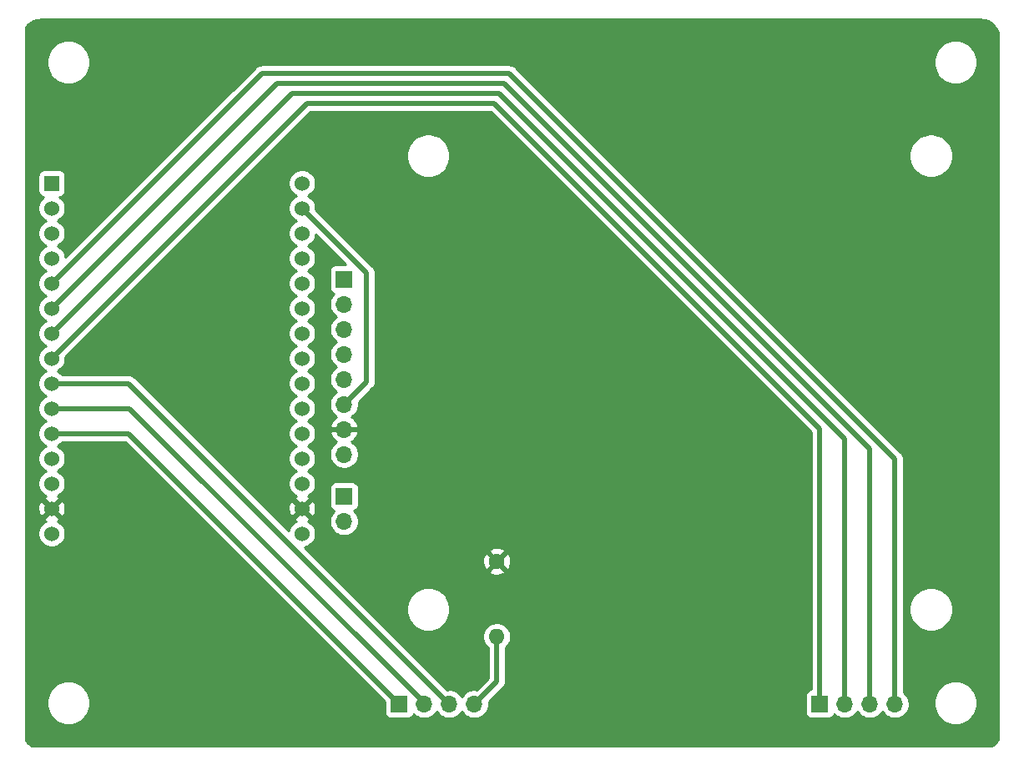
<source format=gbl>
%TF.GenerationSoftware,KiCad,Pcbnew,(5.1.10)-1*%
%TF.CreationDate,2021-12-02T13:25:04+01:00*%
%TF.ProjectId,BlindController,426c696e-6443-46f6-9e74-726f6c6c6572,rev?*%
%TF.SameCoordinates,Original*%
%TF.FileFunction,Copper,L2,Bot*%
%TF.FilePolarity,Positive*%
%FSLAX46Y46*%
G04 Gerber Fmt 4.6, Leading zero omitted, Abs format (unit mm)*
G04 Created by KiCad (PCBNEW (5.1.10)-1) date 2021-12-02 13:25:04*
%MOMM*%
%LPD*%
G01*
G04 APERTURE LIST*
%TA.AperFunction,ComponentPad*%
%ADD10O,1.600000X1.600000*%
%TD*%
%TA.AperFunction,ComponentPad*%
%ADD11C,1.600000*%
%TD*%
%TA.AperFunction,ComponentPad*%
%ADD12O,1.700000X1.700000*%
%TD*%
%TA.AperFunction,ComponentPad*%
%ADD13R,1.700000X1.700000*%
%TD*%
%TA.AperFunction,ComponentPad*%
%ADD14C,1.524000*%
%TD*%
%TA.AperFunction,ComponentPad*%
%ADD15R,1.524000X1.524000*%
%TD*%
%TA.AperFunction,ViaPad*%
%ADD16C,0.800000*%
%TD*%
%TA.AperFunction,Conductor*%
%ADD17C,0.508000*%
%TD*%
%TA.AperFunction,Conductor*%
%ADD18C,0.254000*%
%TD*%
%TA.AperFunction,Conductor*%
%ADD19C,0.100000*%
%TD*%
G04 APERTURE END LIST*
D10*
%TO.P,R1,2*%
%TO.N,Net-(KEYBOARD1-Pad4)*%
X108458000Y-128270000D03*
D11*
%TO.P,R1,1*%
%TO.N,GND*%
X108458000Y-120650000D03*
%TD*%
D12*
%TO.P,KEYBOARD1,4*%
%TO.N,Net-(KEYBOARD1-Pad4)*%
X106172000Y-135128000D03*
%TO.P,KEYBOARD1,3*%
%TO.N,BUT3*%
X103632000Y-135128000D03*
%TO.P,KEYBOARD1,2*%
%TO.N,BUT2*%
X101092000Y-135128000D03*
D13*
%TO.P,KEYBOARD1,1*%
%TO.N,BUT1*%
X98552000Y-135128000D03*
%TD*%
D12*
%TO.P,ENCODER1,4*%
%TO.N,B_ENC2*%
X148844000Y-135128000D03*
%TO.P,ENCODER1,3*%
%TO.N,B_ENC1*%
X146304000Y-135128000D03*
%TO.P,ENCODER1,2*%
%TO.N,A_ENC2*%
X143764000Y-135128000D03*
D13*
%TO.P,ENCODER1,1*%
%TO.N,A_ENC1*%
X141224000Y-135128000D03*
%TD*%
D12*
%TO.P,5V_CONN1,2*%
%TO.N,5V*%
X92964000Y-116586000D03*
D13*
%TO.P,5V_CONN1,1*%
%TO.N,Net-(5V_CONN1-Pad1)*%
X92964000Y-114046000D03*
%TD*%
D12*
%TO.P,MOTOR_CONTROLLER1,8*%
%TO.N,Net-(5V_CONN1-Pad1)*%
X92964000Y-109780000D03*
%TO.P,MOTOR_CONTROLLER1,7*%
%TO.N,GND*%
X92964000Y-107240000D03*
%TO.P,MOTOR_CONTROLLER1,6*%
%TO.N,B_PWM*%
X92964000Y-104700000D03*
%TO.P,MOTOR_CONTROLLER1,5*%
%TO.N,B_IN2*%
X92964000Y-102160000D03*
%TO.P,MOTOR_CONTROLLER1,4*%
%TO.N,B_IN1*%
X92964000Y-99620000D03*
%TO.P,MOTOR_CONTROLLER1,3*%
%TO.N,A_IN2*%
X92964000Y-97080000D03*
%TO.P,MOTOR_CONTROLLER1,2*%
%TO.N,A_IN1*%
X92964000Y-94540000D03*
D13*
%TO.P,MOTOR_CONTROLLER1,1*%
%TO.N,A_PWM*%
X92964000Y-92000000D03*
%TD*%
D14*
%TO.P,U1,30*%
%TO.N,A_PWM*%
X88700000Y-82265500D03*
%TO.P,U1,29*%
%TO.N,B_PWM*%
X88700000Y-84805500D03*
%TO.P,U1,28*%
%TO.N,Net-(U1-Pad28)*%
X88700000Y-87345500D03*
%TO.P,U1,27*%
%TO.N,Net-(U1-Pad27)*%
X88700000Y-89885500D03*
%TO.P,U1,26*%
%TO.N,A_IN1*%
X88700000Y-92425500D03*
%TO.P,U1,25*%
%TO.N,A_IN2*%
X88700000Y-94965500D03*
%TO.P,U1,24*%
%TO.N,B_IN1*%
X88700000Y-97505500D03*
%TO.P,U1,23*%
%TO.N,B_IN2*%
X88700000Y-100045500D03*
%TO.P,U1,22*%
%TO.N,Net-(U1-Pad22)*%
X88700000Y-102585500D03*
%TO.P,U1,21*%
%TO.N,Net-(U1-Pad21)*%
X88700000Y-105125500D03*
%TO.P,U1,20*%
%TO.N,Net-(U1-Pad20)*%
X88700000Y-107665500D03*
%TO.P,U1,19*%
%TO.N,Net-(U1-Pad19)*%
X88700000Y-110205500D03*
%TO.P,U1,18*%
%TO.N,Net-(U1-Pad18)*%
X88700000Y-112745500D03*
%TO.P,U1,17*%
%TO.N,GND*%
X88700000Y-115285500D03*
%TO.P,U1,16*%
%TO.N,Net-(U1-Pad16)*%
X88700000Y-117825500D03*
%TO.P,U1,15*%
%TO.N,5V*%
X63300000Y-117825500D03*
%TO.P,U1,14*%
%TO.N,GND*%
X63300000Y-115285500D03*
%TO.P,U1,13*%
%TO.N,Net-(U1-Pad13)*%
X63300000Y-112745500D03*
%TO.P,U1,12*%
%TO.N,Net-(U1-Pad12)*%
X63300000Y-110205500D03*
%TO.P,U1,11*%
%TO.N,BUT1*%
X63300000Y-107665500D03*
%TO.P,U1,10*%
%TO.N,BUT2*%
X63300000Y-105125500D03*
%TO.P,U1,9*%
%TO.N,BUT3*%
X63300000Y-102585500D03*
%TO.P,U1,8*%
%TO.N,A_ENC1*%
X63300000Y-100045500D03*
%TO.P,U1,7*%
%TO.N,A_ENC2*%
X63300000Y-97505500D03*
%TO.P,U1,6*%
%TO.N,B_ENC1*%
X63300000Y-94965500D03*
%TO.P,U1,5*%
%TO.N,B_ENC2*%
X63300000Y-92425500D03*
%TO.P,U1,4*%
%TO.N,Net-(U1-Pad4)*%
X63300000Y-89885500D03*
%TO.P,U1,3*%
%TO.N,Net-(U1-Pad3)*%
X63300000Y-87345500D03*
%TO.P,U1,2*%
%TO.N,Net-(U1-Pad2)*%
X63300000Y-84805500D03*
D15*
%TO.P,U1,1*%
%TO.N,Net-(U1-Pad1)*%
X63300000Y-82265500D03*
%TD*%
D16*
%TO.N,GND*%
X90932000Y-89916000D03*
%TD*%
D17*
%TO.N,B_PWM*%
X88700000Y-84805500D02*
X95250000Y-91355500D01*
X95250000Y-102414000D02*
X92964000Y-104700000D01*
X95250000Y-91355500D02*
X95250000Y-102414000D01*
%TO.N,B_ENC2*%
X63300000Y-92425500D02*
X84605500Y-71120000D01*
X148844000Y-110236000D02*
X148844000Y-135128000D01*
X109728000Y-71120000D02*
X148844000Y-110236000D01*
X84605500Y-71120000D02*
X109728000Y-71120000D01*
%TO.N,B_ENC1*%
X146304000Y-109220000D02*
X146304000Y-135128000D01*
X86129500Y-72136000D02*
X109220000Y-72136000D01*
X109220000Y-72136000D02*
X146304000Y-109220000D01*
X63300000Y-94965500D02*
X86129500Y-72136000D01*
%TO.N,A_ENC2*%
X143764000Y-108204000D02*
X143764000Y-135128000D01*
X108712000Y-73152000D02*
X143764000Y-108204000D01*
X87653500Y-73152000D02*
X108712000Y-73152000D01*
X63300000Y-97505500D02*
X87653500Y-73152000D01*
%TO.N,A_ENC1*%
X141224000Y-107188000D02*
X141224000Y-135128000D01*
X108204000Y-74168000D02*
X141224000Y-107188000D01*
X89177500Y-74168000D02*
X108204000Y-74168000D01*
X63300000Y-100045500D02*
X89177500Y-74168000D01*
%TO.N,BUT3*%
X103632000Y-135128000D02*
X71089500Y-102585500D01*
X71089500Y-102585500D02*
X63300000Y-102585500D01*
%TO.N,BUT2*%
X71216500Y-105125500D02*
X63300000Y-105125500D01*
X101092000Y-135001000D02*
X71216500Y-105125500D01*
X101092000Y-135128000D02*
X101092000Y-135001000D01*
%TO.N,BUT1*%
X71089500Y-107665500D02*
X63300000Y-107665500D01*
X98552000Y-135128000D02*
X71089500Y-107665500D01*
%TO.N,Net-(KEYBOARD1-Pad4)*%
X108458000Y-132842000D02*
X106172000Y-135128000D01*
X108458000Y-128270000D02*
X108458000Y-132842000D01*
%TD*%
D18*
%TO.N,GND*%
X157784773Y-65678302D02*
X158045313Y-65734852D01*
X158295186Y-65827828D01*
X158529318Y-65955343D01*
X158742975Y-66114817D01*
X158931818Y-66303014D01*
X159092024Y-66516125D01*
X159220343Y-66749823D01*
X159314173Y-66999374D01*
X159340001Y-67116435D01*
X159340000Y-138702995D01*
X159336736Y-138709006D01*
X159176700Y-138923696D01*
X158987679Y-139113365D01*
X158773547Y-139274130D01*
X158653227Y-139340000D01*
X61303871Y-139340000D01*
X61185555Y-139275395D01*
X60971662Y-139115276D01*
X60782724Y-138926338D01*
X60660000Y-138762399D01*
X60660000Y-134779872D01*
X62765000Y-134779872D01*
X62765000Y-135220128D01*
X62850890Y-135651925D01*
X63019369Y-136058669D01*
X63263962Y-136424729D01*
X63575271Y-136736038D01*
X63941331Y-136980631D01*
X64348075Y-137149110D01*
X64779872Y-137235000D01*
X65220128Y-137235000D01*
X65651925Y-137149110D01*
X66058669Y-136980631D01*
X66424729Y-136736038D01*
X66736038Y-136424729D01*
X66980631Y-136058669D01*
X67149110Y-135651925D01*
X67235000Y-135220128D01*
X67235000Y-134779872D01*
X67149110Y-134348075D01*
X66980631Y-133941331D01*
X66736038Y-133575271D01*
X66424729Y-133263962D01*
X66058669Y-133019369D01*
X65651925Y-132850890D01*
X65220128Y-132765000D01*
X64779872Y-132765000D01*
X64348075Y-132850890D01*
X63941331Y-133019369D01*
X63575271Y-133263962D01*
X63263962Y-133575271D01*
X63019369Y-133941331D01*
X62850890Y-134348075D01*
X62765000Y-134779872D01*
X60660000Y-134779872D01*
X60660000Y-117687908D01*
X61903000Y-117687908D01*
X61903000Y-117963092D01*
X61956686Y-118232990D01*
X62061995Y-118487227D01*
X62214880Y-118716035D01*
X62409465Y-118910620D01*
X62638273Y-119063505D01*
X62892510Y-119168814D01*
X63162408Y-119222500D01*
X63437592Y-119222500D01*
X63707490Y-119168814D01*
X63961727Y-119063505D01*
X64190535Y-118910620D01*
X64385120Y-118716035D01*
X64538005Y-118487227D01*
X64643314Y-118232990D01*
X64697000Y-117963092D01*
X64697000Y-117687908D01*
X64643314Y-117418010D01*
X64538005Y-117163773D01*
X64385120Y-116934965D01*
X64190535Y-116740380D01*
X63961727Y-116587495D01*
X63890057Y-116557808D01*
X63903023Y-116553136D01*
X64018980Y-116491156D01*
X64085960Y-116251065D01*
X63300000Y-115465105D01*
X62514040Y-116251065D01*
X62581020Y-116491156D01*
X62716760Y-116554985D01*
X62638273Y-116587495D01*
X62409465Y-116740380D01*
X62214880Y-116934965D01*
X62061995Y-117163773D01*
X61956686Y-117418010D01*
X61903000Y-117687908D01*
X60660000Y-117687908D01*
X60660000Y-115357517D01*
X61898090Y-115357517D01*
X61939078Y-115629633D01*
X62032364Y-115888523D01*
X62094344Y-116004480D01*
X62334435Y-116071460D01*
X63120395Y-115285500D01*
X63479605Y-115285500D01*
X64265565Y-116071460D01*
X64505656Y-116004480D01*
X64622756Y-115755452D01*
X64689023Y-115488365D01*
X64701910Y-115213483D01*
X64660922Y-114941367D01*
X64567636Y-114682477D01*
X64505656Y-114566520D01*
X64265565Y-114499540D01*
X63479605Y-115285500D01*
X63120395Y-115285500D01*
X62334435Y-114499540D01*
X62094344Y-114566520D01*
X61977244Y-114815548D01*
X61910977Y-115082635D01*
X61898090Y-115357517D01*
X60660000Y-115357517D01*
X60660000Y-81503500D01*
X61899928Y-81503500D01*
X61899928Y-83027500D01*
X61912188Y-83151982D01*
X61948498Y-83271680D01*
X62007463Y-83381994D01*
X62086815Y-83478685D01*
X62183506Y-83558037D01*
X62293820Y-83617002D01*
X62413518Y-83653312D01*
X62497465Y-83661580D01*
X62409465Y-83720380D01*
X62214880Y-83914965D01*
X62061995Y-84143773D01*
X61956686Y-84398010D01*
X61903000Y-84667908D01*
X61903000Y-84943092D01*
X61956686Y-85212990D01*
X62061995Y-85467227D01*
X62214880Y-85696035D01*
X62409465Y-85890620D01*
X62638273Y-86043505D01*
X62715515Y-86075500D01*
X62638273Y-86107495D01*
X62409465Y-86260380D01*
X62214880Y-86454965D01*
X62061995Y-86683773D01*
X61956686Y-86938010D01*
X61903000Y-87207908D01*
X61903000Y-87483092D01*
X61956686Y-87752990D01*
X62061995Y-88007227D01*
X62214880Y-88236035D01*
X62409465Y-88430620D01*
X62638273Y-88583505D01*
X62715515Y-88615500D01*
X62638273Y-88647495D01*
X62409465Y-88800380D01*
X62214880Y-88994965D01*
X62061995Y-89223773D01*
X61956686Y-89478010D01*
X61903000Y-89747908D01*
X61903000Y-90023092D01*
X61956686Y-90292990D01*
X62061995Y-90547227D01*
X62214880Y-90776035D01*
X62409465Y-90970620D01*
X62638273Y-91123505D01*
X62715515Y-91155500D01*
X62638273Y-91187495D01*
X62409465Y-91340380D01*
X62214880Y-91534965D01*
X62061995Y-91763773D01*
X61956686Y-92018010D01*
X61903000Y-92287908D01*
X61903000Y-92563092D01*
X61956686Y-92832990D01*
X62061995Y-93087227D01*
X62214880Y-93316035D01*
X62409465Y-93510620D01*
X62638273Y-93663505D01*
X62715515Y-93695500D01*
X62638273Y-93727495D01*
X62409465Y-93880380D01*
X62214880Y-94074965D01*
X62061995Y-94303773D01*
X61956686Y-94558010D01*
X61903000Y-94827908D01*
X61903000Y-95103092D01*
X61956686Y-95372990D01*
X62061995Y-95627227D01*
X62214880Y-95856035D01*
X62409465Y-96050620D01*
X62638273Y-96203505D01*
X62715515Y-96235500D01*
X62638273Y-96267495D01*
X62409465Y-96420380D01*
X62214880Y-96614965D01*
X62061995Y-96843773D01*
X61956686Y-97098010D01*
X61903000Y-97367908D01*
X61903000Y-97643092D01*
X61956686Y-97912990D01*
X62061995Y-98167227D01*
X62214880Y-98396035D01*
X62409465Y-98590620D01*
X62638273Y-98743505D01*
X62715515Y-98775500D01*
X62638273Y-98807495D01*
X62409465Y-98960380D01*
X62214880Y-99154965D01*
X62061995Y-99383773D01*
X61956686Y-99638010D01*
X61903000Y-99907908D01*
X61903000Y-100183092D01*
X61956686Y-100452990D01*
X62061995Y-100707227D01*
X62214880Y-100936035D01*
X62409465Y-101130620D01*
X62638273Y-101283505D01*
X62715515Y-101315500D01*
X62638273Y-101347495D01*
X62409465Y-101500380D01*
X62214880Y-101694965D01*
X62061995Y-101923773D01*
X61956686Y-102178010D01*
X61903000Y-102447908D01*
X61903000Y-102723092D01*
X61956686Y-102992990D01*
X62061995Y-103247227D01*
X62214880Y-103476035D01*
X62409465Y-103670620D01*
X62638273Y-103823505D01*
X62715515Y-103855500D01*
X62638273Y-103887495D01*
X62409465Y-104040380D01*
X62214880Y-104234965D01*
X62061995Y-104463773D01*
X61956686Y-104718010D01*
X61903000Y-104987908D01*
X61903000Y-105263092D01*
X61956686Y-105532990D01*
X62061995Y-105787227D01*
X62214880Y-106016035D01*
X62409465Y-106210620D01*
X62638273Y-106363505D01*
X62715515Y-106395500D01*
X62638273Y-106427495D01*
X62409465Y-106580380D01*
X62214880Y-106774965D01*
X62061995Y-107003773D01*
X61956686Y-107258010D01*
X61903000Y-107527908D01*
X61903000Y-107803092D01*
X61956686Y-108072990D01*
X62061995Y-108327227D01*
X62214880Y-108556035D01*
X62409465Y-108750620D01*
X62638273Y-108903505D01*
X62715515Y-108935500D01*
X62638273Y-108967495D01*
X62409465Y-109120380D01*
X62214880Y-109314965D01*
X62061995Y-109543773D01*
X61956686Y-109798010D01*
X61903000Y-110067908D01*
X61903000Y-110343092D01*
X61956686Y-110612990D01*
X62061995Y-110867227D01*
X62214880Y-111096035D01*
X62409465Y-111290620D01*
X62638273Y-111443505D01*
X62715515Y-111475500D01*
X62638273Y-111507495D01*
X62409465Y-111660380D01*
X62214880Y-111854965D01*
X62061995Y-112083773D01*
X61956686Y-112338010D01*
X61903000Y-112607908D01*
X61903000Y-112883092D01*
X61956686Y-113152990D01*
X62061995Y-113407227D01*
X62214880Y-113636035D01*
X62409465Y-113830620D01*
X62638273Y-113983505D01*
X62709943Y-114013192D01*
X62696977Y-114017864D01*
X62581020Y-114079844D01*
X62514040Y-114319935D01*
X63300000Y-115105895D01*
X64085960Y-114319935D01*
X64018980Y-114079844D01*
X63883240Y-114016015D01*
X63961727Y-113983505D01*
X64190535Y-113830620D01*
X64385120Y-113636035D01*
X64538005Y-113407227D01*
X64643314Y-113152990D01*
X64697000Y-112883092D01*
X64697000Y-112607908D01*
X64643314Y-112338010D01*
X64538005Y-112083773D01*
X64385120Y-111854965D01*
X64190535Y-111660380D01*
X63961727Y-111507495D01*
X63884485Y-111475500D01*
X63961727Y-111443505D01*
X64190535Y-111290620D01*
X64385120Y-111096035D01*
X64538005Y-110867227D01*
X64643314Y-110612990D01*
X64697000Y-110343092D01*
X64697000Y-110067908D01*
X64643314Y-109798010D01*
X64538005Y-109543773D01*
X64385120Y-109314965D01*
X64190535Y-109120380D01*
X63961727Y-108967495D01*
X63884485Y-108935500D01*
X63961727Y-108903505D01*
X64190535Y-108750620D01*
X64385120Y-108556035D01*
X64386146Y-108554500D01*
X70721265Y-108554500D01*
X97063928Y-134897164D01*
X97063928Y-135978000D01*
X97076188Y-136102482D01*
X97112498Y-136222180D01*
X97171463Y-136332494D01*
X97250815Y-136429185D01*
X97347506Y-136508537D01*
X97457820Y-136567502D01*
X97577518Y-136603812D01*
X97702000Y-136616072D01*
X99402000Y-136616072D01*
X99526482Y-136603812D01*
X99646180Y-136567502D01*
X99756494Y-136508537D01*
X99853185Y-136429185D01*
X99932537Y-136332494D01*
X99991502Y-136222180D01*
X100013513Y-136149620D01*
X100145368Y-136281475D01*
X100388589Y-136443990D01*
X100658842Y-136555932D01*
X100945740Y-136613000D01*
X101238260Y-136613000D01*
X101525158Y-136555932D01*
X101795411Y-136443990D01*
X102038632Y-136281475D01*
X102245475Y-136074632D01*
X102362000Y-135900240D01*
X102478525Y-136074632D01*
X102685368Y-136281475D01*
X102928589Y-136443990D01*
X103198842Y-136555932D01*
X103485740Y-136613000D01*
X103778260Y-136613000D01*
X104065158Y-136555932D01*
X104335411Y-136443990D01*
X104578632Y-136281475D01*
X104785475Y-136074632D01*
X104902000Y-135900240D01*
X105018525Y-136074632D01*
X105225368Y-136281475D01*
X105468589Y-136443990D01*
X105738842Y-136555932D01*
X106025740Y-136613000D01*
X106318260Y-136613000D01*
X106605158Y-136555932D01*
X106875411Y-136443990D01*
X107118632Y-136281475D01*
X107325475Y-136074632D01*
X107487990Y-135831411D01*
X107599932Y-135561158D01*
X107657000Y-135274260D01*
X107657000Y-134981740D01*
X107643477Y-134913758D01*
X109055742Y-133501494D01*
X109089659Y-133473659D01*
X109200753Y-133338291D01*
X109283303Y-133183851D01*
X109303296Y-133117942D01*
X109334136Y-133016276D01*
X109337406Y-132983076D01*
X109347000Y-132885667D01*
X109347000Y-132885661D01*
X109351300Y-132842001D01*
X109347000Y-132798341D01*
X109347000Y-129401849D01*
X109372759Y-129384637D01*
X109572637Y-129184759D01*
X109729680Y-128949727D01*
X109837853Y-128688574D01*
X109893000Y-128411335D01*
X109893000Y-128128665D01*
X109837853Y-127851426D01*
X109729680Y-127590273D01*
X109572637Y-127355241D01*
X109372759Y-127155363D01*
X109137727Y-126998320D01*
X108876574Y-126890147D01*
X108599335Y-126835000D01*
X108316665Y-126835000D01*
X108039426Y-126890147D01*
X107778273Y-126998320D01*
X107543241Y-127155363D01*
X107343363Y-127355241D01*
X107186320Y-127590273D01*
X107078147Y-127851426D01*
X107023000Y-128128665D01*
X107023000Y-128411335D01*
X107078147Y-128688574D01*
X107186320Y-128949727D01*
X107343363Y-129184759D01*
X107543241Y-129384637D01*
X107569000Y-129401849D01*
X107569001Y-132473763D01*
X106386242Y-133656523D01*
X106318260Y-133643000D01*
X106025740Y-133643000D01*
X105738842Y-133700068D01*
X105468589Y-133812010D01*
X105225368Y-133974525D01*
X105018525Y-134181368D01*
X104902000Y-134355760D01*
X104785475Y-134181368D01*
X104578632Y-133974525D01*
X104335411Y-133812010D01*
X104065158Y-133700068D01*
X103778260Y-133643000D01*
X103485740Y-133643000D01*
X103417758Y-133656522D01*
X95041108Y-125279872D01*
X99265000Y-125279872D01*
X99265000Y-125720128D01*
X99350890Y-126151925D01*
X99519369Y-126558669D01*
X99763962Y-126924729D01*
X100075271Y-127236038D01*
X100441331Y-127480631D01*
X100848075Y-127649110D01*
X101279872Y-127735000D01*
X101720128Y-127735000D01*
X102151925Y-127649110D01*
X102558669Y-127480631D01*
X102924729Y-127236038D01*
X103236038Y-126924729D01*
X103480631Y-126558669D01*
X103649110Y-126151925D01*
X103735000Y-125720128D01*
X103735000Y-125279872D01*
X103649110Y-124848075D01*
X103480631Y-124441331D01*
X103236038Y-124075271D01*
X102924729Y-123763962D01*
X102558669Y-123519369D01*
X102151925Y-123350890D01*
X101720128Y-123265000D01*
X101279872Y-123265000D01*
X100848075Y-123350890D01*
X100441331Y-123519369D01*
X100075271Y-123763962D01*
X99763962Y-124075271D01*
X99519369Y-124441331D01*
X99350890Y-124848075D01*
X99265000Y-125279872D01*
X95041108Y-125279872D01*
X91403938Y-121642702D01*
X107644903Y-121642702D01*
X107716486Y-121886671D01*
X107971996Y-122007571D01*
X108246184Y-122076300D01*
X108528512Y-122090217D01*
X108808130Y-122048787D01*
X109074292Y-121953603D01*
X109199514Y-121886671D01*
X109271097Y-121642702D01*
X108458000Y-120829605D01*
X107644903Y-121642702D01*
X91403938Y-121642702D01*
X90481748Y-120720512D01*
X107017783Y-120720512D01*
X107059213Y-121000130D01*
X107154397Y-121266292D01*
X107221329Y-121391514D01*
X107465298Y-121463097D01*
X108278395Y-120650000D01*
X108637605Y-120650000D01*
X109450702Y-121463097D01*
X109694671Y-121391514D01*
X109815571Y-121136004D01*
X109884300Y-120861816D01*
X109898217Y-120579488D01*
X109856787Y-120299870D01*
X109761603Y-120033708D01*
X109694671Y-119908486D01*
X109450702Y-119836903D01*
X108637605Y-120650000D01*
X108278395Y-120650000D01*
X107465298Y-119836903D01*
X107221329Y-119908486D01*
X107100429Y-120163996D01*
X107031700Y-120438184D01*
X107017783Y-120720512D01*
X90481748Y-120720512D01*
X89418534Y-119657298D01*
X107644903Y-119657298D01*
X108458000Y-120470395D01*
X109271097Y-119657298D01*
X109199514Y-119413329D01*
X108944004Y-119292429D01*
X108669816Y-119223700D01*
X108387488Y-119209783D01*
X108107870Y-119251213D01*
X107841708Y-119346397D01*
X107716486Y-119413329D01*
X107644903Y-119657298D01*
X89418534Y-119657298D01*
X88959489Y-119198253D01*
X89107490Y-119168814D01*
X89361727Y-119063505D01*
X89590535Y-118910620D01*
X89785120Y-118716035D01*
X89938005Y-118487227D01*
X90043314Y-118232990D01*
X90097000Y-117963092D01*
X90097000Y-117687908D01*
X90043314Y-117418010D01*
X89938005Y-117163773D01*
X89785120Y-116934965D01*
X89590535Y-116740380D01*
X89361727Y-116587495D01*
X89290057Y-116557808D01*
X89303023Y-116553136D01*
X89418980Y-116491156D01*
X89485960Y-116251065D01*
X88700000Y-115465105D01*
X87914040Y-116251065D01*
X87981020Y-116491156D01*
X88116760Y-116554985D01*
X88038273Y-116587495D01*
X87809465Y-116740380D01*
X87614880Y-116934965D01*
X87461995Y-117163773D01*
X87356686Y-117418010D01*
X87327247Y-117566011D01*
X85118753Y-115357517D01*
X87298090Y-115357517D01*
X87339078Y-115629633D01*
X87432364Y-115888523D01*
X87494344Y-116004480D01*
X87734435Y-116071460D01*
X88520395Y-115285500D01*
X88879605Y-115285500D01*
X89665565Y-116071460D01*
X89905656Y-116004480D01*
X90022756Y-115755452D01*
X90089023Y-115488365D01*
X90101910Y-115213483D01*
X90060922Y-114941367D01*
X89967636Y-114682477D01*
X89905656Y-114566520D01*
X89665565Y-114499540D01*
X88879605Y-115285500D01*
X88520395Y-115285500D01*
X87734435Y-114499540D01*
X87494344Y-114566520D01*
X87377244Y-114815548D01*
X87310977Y-115082635D01*
X87298090Y-115357517D01*
X85118753Y-115357517D01*
X71748999Y-101987764D01*
X71721159Y-101953841D01*
X71585791Y-101842747D01*
X71431351Y-101760197D01*
X71263774Y-101709364D01*
X71133167Y-101696500D01*
X71133160Y-101696500D01*
X71089500Y-101692200D01*
X71045840Y-101696500D01*
X64386146Y-101696500D01*
X64385120Y-101694965D01*
X64190535Y-101500380D01*
X63961727Y-101347495D01*
X63884485Y-101315500D01*
X63961727Y-101283505D01*
X64190535Y-101130620D01*
X64385120Y-100936035D01*
X64538005Y-100707227D01*
X64643314Y-100452990D01*
X64697000Y-100183092D01*
X64697000Y-99907908D01*
X64696639Y-99906096D01*
X82474827Y-82127908D01*
X87303000Y-82127908D01*
X87303000Y-82403092D01*
X87356686Y-82672990D01*
X87461995Y-82927227D01*
X87614880Y-83156035D01*
X87809465Y-83350620D01*
X88038273Y-83503505D01*
X88115515Y-83535500D01*
X88038273Y-83567495D01*
X87809465Y-83720380D01*
X87614880Y-83914965D01*
X87461995Y-84143773D01*
X87356686Y-84398010D01*
X87303000Y-84667908D01*
X87303000Y-84943092D01*
X87356686Y-85212990D01*
X87461995Y-85467227D01*
X87614880Y-85696035D01*
X87809465Y-85890620D01*
X88038273Y-86043505D01*
X88115515Y-86075500D01*
X88038273Y-86107495D01*
X87809465Y-86260380D01*
X87614880Y-86454965D01*
X87461995Y-86683773D01*
X87356686Y-86938010D01*
X87303000Y-87207908D01*
X87303000Y-87483092D01*
X87356686Y-87752990D01*
X87461995Y-88007227D01*
X87614880Y-88236035D01*
X87809465Y-88430620D01*
X88038273Y-88583505D01*
X88115515Y-88615500D01*
X88038273Y-88647495D01*
X87809465Y-88800380D01*
X87614880Y-88994965D01*
X87461995Y-89223773D01*
X87356686Y-89478010D01*
X87303000Y-89747908D01*
X87303000Y-90023092D01*
X87356686Y-90292990D01*
X87461995Y-90547227D01*
X87614880Y-90776035D01*
X87809465Y-90970620D01*
X88038273Y-91123505D01*
X88115515Y-91155500D01*
X88038273Y-91187495D01*
X87809465Y-91340380D01*
X87614880Y-91534965D01*
X87461995Y-91763773D01*
X87356686Y-92018010D01*
X87303000Y-92287908D01*
X87303000Y-92563092D01*
X87356686Y-92832990D01*
X87461995Y-93087227D01*
X87614880Y-93316035D01*
X87809465Y-93510620D01*
X88038273Y-93663505D01*
X88115515Y-93695500D01*
X88038273Y-93727495D01*
X87809465Y-93880380D01*
X87614880Y-94074965D01*
X87461995Y-94303773D01*
X87356686Y-94558010D01*
X87303000Y-94827908D01*
X87303000Y-95103092D01*
X87356686Y-95372990D01*
X87461995Y-95627227D01*
X87614880Y-95856035D01*
X87809465Y-96050620D01*
X88038273Y-96203505D01*
X88115515Y-96235500D01*
X88038273Y-96267495D01*
X87809465Y-96420380D01*
X87614880Y-96614965D01*
X87461995Y-96843773D01*
X87356686Y-97098010D01*
X87303000Y-97367908D01*
X87303000Y-97643092D01*
X87356686Y-97912990D01*
X87461995Y-98167227D01*
X87614880Y-98396035D01*
X87809465Y-98590620D01*
X88038273Y-98743505D01*
X88115515Y-98775500D01*
X88038273Y-98807495D01*
X87809465Y-98960380D01*
X87614880Y-99154965D01*
X87461995Y-99383773D01*
X87356686Y-99638010D01*
X87303000Y-99907908D01*
X87303000Y-100183092D01*
X87356686Y-100452990D01*
X87461995Y-100707227D01*
X87614880Y-100936035D01*
X87809465Y-101130620D01*
X88038273Y-101283505D01*
X88115515Y-101315500D01*
X88038273Y-101347495D01*
X87809465Y-101500380D01*
X87614880Y-101694965D01*
X87461995Y-101923773D01*
X87356686Y-102178010D01*
X87303000Y-102447908D01*
X87303000Y-102723092D01*
X87356686Y-102992990D01*
X87461995Y-103247227D01*
X87614880Y-103476035D01*
X87809465Y-103670620D01*
X88038273Y-103823505D01*
X88115515Y-103855500D01*
X88038273Y-103887495D01*
X87809465Y-104040380D01*
X87614880Y-104234965D01*
X87461995Y-104463773D01*
X87356686Y-104718010D01*
X87303000Y-104987908D01*
X87303000Y-105263092D01*
X87356686Y-105532990D01*
X87461995Y-105787227D01*
X87614880Y-106016035D01*
X87809465Y-106210620D01*
X88038273Y-106363505D01*
X88115515Y-106395500D01*
X88038273Y-106427495D01*
X87809465Y-106580380D01*
X87614880Y-106774965D01*
X87461995Y-107003773D01*
X87356686Y-107258010D01*
X87303000Y-107527908D01*
X87303000Y-107803092D01*
X87356686Y-108072990D01*
X87461995Y-108327227D01*
X87614880Y-108556035D01*
X87809465Y-108750620D01*
X88038273Y-108903505D01*
X88115515Y-108935500D01*
X88038273Y-108967495D01*
X87809465Y-109120380D01*
X87614880Y-109314965D01*
X87461995Y-109543773D01*
X87356686Y-109798010D01*
X87303000Y-110067908D01*
X87303000Y-110343092D01*
X87356686Y-110612990D01*
X87461995Y-110867227D01*
X87614880Y-111096035D01*
X87809465Y-111290620D01*
X88038273Y-111443505D01*
X88115515Y-111475500D01*
X88038273Y-111507495D01*
X87809465Y-111660380D01*
X87614880Y-111854965D01*
X87461995Y-112083773D01*
X87356686Y-112338010D01*
X87303000Y-112607908D01*
X87303000Y-112883092D01*
X87356686Y-113152990D01*
X87461995Y-113407227D01*
X87614880Y-113636035D01*
X87809465Y-113830620D01*
X88038273Y-113983505D01*
X88109943Y-114013192D01*
X88096977Y-114017864D01*
X87981020Y-114079844D01*
X87914040Y-114319935D01*
X88700000Y-115105895D01*
X89485960Y-114319935D01*
X89418980Y-114079844D01*
X89283240Y-114016015D01*
X89361727Y-113983505D01*
X89590535Y-113830620D01*
X89785120Y-113636035D01*
X89938005Y-113407227D01*
X90025498Y-113196000D01*
X91475928Y-113196000D01*
X91475928Y-114896000D01*
X91488188Y-115020482D01*
X91524498Y-115140180D01*
X91583463Y-115250494D01*
X91662815Y-115347185D01*
X91759506Y-115426537D01*
X91869820Y-115485502D01*
X91942380Y-115507513D01*
X91810525Y-115639368D01*
X91648010Y-115882589D01*
X91536068Y-116152842D01*
X91479000Y-116439740D01*
X91479000Y-116732260D01*
X91536068Y-117019158D01*
X91648010Y-117289411D01*
X91810525Y-117532632D01*
X92017368Y-117739475D01*
X92260589Y-117901990D01*
X92530842Y-118013932D01*
X92817740Y-118071000D01*
X93110260Y-118071000D01*
X93397158Y-118013932D01*
X93667411Y-117901990D01*
X93910632Y-117739475D01*
X94117475Y-117532632D01*
X94279990Y-117289411D01*
X94391932Y-117019158D01*
X94449000Y-116732260D01*
X94449000Y-116439740D01*
X94391932Y-116152842D01*
X94279990Y-115882589D01*
X94117475Y-115639368D01*
X93985620Y-115507513D01*
X94058180Y-115485502D01*
X94168494Y-115426537D01*
X94265185Y-115347185D01*
X94344537Y-115250494D01*
X94403502Y-115140180D01*
X94439812Y-115020482D01*
X94452072Y-114896000D01*
X94452072Y-113196000D01*
X94439812Y-113071518D01*
X94403502Y-112951820D01*
X94344537Y-112841506D01*
X94265185Y-112744815D01*
X94168494Y-112665463D01*
X94058180Y-112606498D01*
X93938482Y-112570188D01*
X93814000Y-112557928D01*
X92114000Y-112557928D01*
X91989518Y-112570188D01*
X91869820Y-112606498D01*
X91759506Y-112665463D01*
X91662815Y-112744815D01*
X91583463Y-112841506D01*
X91524498Y-112951820D01*
X91488188Y-113071518D01*
X91475928Y-113196000D01*
X90025498Y-113196000D01*
X90043314Y-113152990D01*
X90097000Y-112883092D01*
X90097000Y-112607908D01*
X90043314Y-112338010D01*
X89938005Y-112083773D01*
X89785120Y-111854965D01*
X89590535Y-111660380D01*
X89361727Y-111507495D01*
X89284485Y-111475500D01*
X89361727Y-111443505D01*
X89590535Y-111290620D01*
X89785120Y-111096035D01*
X89938005Y-110867227D01*
X90043314Y-110612990D01*
X90097000Y-110343092D01*
X90097000Y-110067908D01*
X90043314Y-109798010D01*
X89975271Y-109633740D01*
X91479000Y-109633740D01*
X91479000Y-109926260D01*
X91536068Y-110213158D01*
X91648010Y-110483411D01*
X91810525Y-110726632D01*
X92017368Y-110933475D01*
X92260589Y-111095990D01*
X92530842Y-111207932D01*
X92817740Y-111265000D01*
X93110260Y-111265000D01*
X93397158Y-111207932D01*
X93667411Y-111095990D01*
X93910632Y-110933475D01*
X94117475Y-110726632D01*
X94279990Y-110483411D01*
X94391932Y-110213158D01*
X94449000Y-109926260D01*
X94449000Y-109633740D01*
X94391932Y-109346842D01*
X94279990Y-109076589D01*
X94117475Y-108833368D01*
X93910632Y-108626525D01*
X93728466Y-108504805D01*
X93845355Y-108435178D01*
X94061588Y-108240269D01*
X94235641Y-108006920D01*
X94360825Y-107744099D01*
X94405476Y-107596890D01*
X94284155Y-107367000D01*
X93091000Y-107367000D01*
X93091000Y-107387000D01*
X92837000Y-107387000D01*
X92837000Y-107367000D01*
X91643845Y-107367000D01*
X91522524Y-107596890D01*
X91567175Y-107744099D01*
X91692359Y-108006920D01*
X91866412Y-108240269D01*
X92082645Y-108435178D01*
X92199534Y-108504805D01*
X92017368Y-108626525D01*
X91810525Y-108833368D01*
X91648010Y-109076589D01*
X91536068Y-109346842D01*
X91479000Y-109633740D01*
X89975271Y-109633740D01*
X89938005Y-109543773D01*
X89785120Y-109314965D01*
X89590535Y-109120380D01*
X89361727Y-108967495D01*
X89284485Y-108935500D01*
X89361727Y-108903505D01*
X89590535Y-108750620D01*
X89785120Y-108556035D01*
X89938005Y-108327227D01*
X90043314Y-108072990D01*
X90097000Y-107803092D01*
X90097000Y-107527908D01*
X90043314Y-107258010D01*
X89938005Y-107003773D01*
X89785120Y-106774965D01*
X89590535Y-106580380D01*
X89361727Y-106427495D01*
X89284485Y-106395500D01*
X89361727Y-106363505D01*
X89590535Y-106210620D01*
X89785120Y-106016035D01*
X89938005Y-105787227D01*
X90043314Y-105532990D01*
X90097000Y-105263092D01*
X90097000Y-104987908D01*
X90043314Y-104718010D01*
X89938005Y-104463773D01*
X89785120Y-104234965D01*
X89590535Y-104040380D01*
X89361727Y-103887495D01*
X89284485Y-103855500D01*
X89361727Y-103823505D01*
X89590535Y-103670620D01*
X89785120Y-103476035D01*
X89938005Y-103247227D01*
X90043314Y-102992990D01*
X90097000Y-102723092D01*
X90097000Y-102447908D01*
X90043314Y-102178010D01*
X89938005Y-101923773D01*
X89785120Y-101694965D01*
X89590535Y-101500380D01*
X89361727Y-101347495D01*
X89284485Y-101315500D01*
X89361727Y-101283505D01*
X89590535Y-101130620D01*
X89785120Y-100936035D01*
X89938005Y-100707227D01*
X90043314Y-100452990D01*
X90097000Y-100183092D01*
X90097000Y-99907908D01*
X90043314Y-99638010D01*
X89938005Y-99383773D01*
X89785120Y-99154965D01*
X89590535Y-98960380D01*
X89361727Y-98807495D01*
X89284485Y-98775500D01*
X89361727Y-98743505D01*
X89590535Y-98590620D01*
X89785120Y-98396035D01*
X89938005Y-98167227D01*
X90043314Y-97912990D01*
X90097000Y-97643092D01*
X90097000Y-97367908D01*
X90043314Y-97098010D01*
X89938005Y-96843773D01*
X89785120Y-96614965D01*
X89590535Y-96420380D01*
X89361727Y-96267495D01*
X89284485Y-96235500D01*
X89361727Y-96203505D01*
X89590535Y-96050620D01*
X89785120Y-95856035D01*
X89938005Y-95627227D01*
X90043314Y-95372990D01*
X90097000Y-95103092D01*
X90097000Y-94827908D01*
X90043314Y-94558010D01*
X89938005Y-94303773D01*
X89785120Y-94074965D01*
X89590535Y-93880380D01*
X89361727Y-93727495D01*
X89284485Y-93695500D01*
X89361727Y-93663505D01*
X89590535Y-93510620D01*
X89785120Y-93316035D01*
X89938005Y-93087227D01*
X90043314Y-92832990D01*
X90097000Y-92563092D01*
X90097000Y-92287908D01*
X90043314Y-92018010D01*
X89938005Y-91763773D01*
X89785120Y-91534965D01*
X89590535Y-91340380D01*
X89361727Y-91187495D01*
X89284485Y-91155500D01*
X89361727Y-91123505D01*
X89590535Y-90970620D01*
X89785120Y-90776035D01*
X89938005Y-90547227D01*
X90043314Y-90292990D01*
X90097000Y-90023092D01*
X90097000Y-89747908D01*
X90043314Y-89478010D01*
X89938005Y-89223773D01*
X89785120Y-88994965D01*
X89590535Y-88800380D01*
X89361727Y-88647495D01*
X89284485Y-88615500D01*
X89361727Y-88583505D01*
X89590535Y-88430620D01*
X89785120Y-88236035D01*
X89938005Y-88007227D01*
X90043314Y-87752990D01*
X90097000Y-87483092D01*
X90097000Y-87459735D01*
X93149192Y-90511928D01*
X92114000Y-90511928D01*
X91989518Y-90524188D01*
X91869820Y-90560498D01*
X91759506Y-90619463D01*
X91662815Y-90698815D01*
X91583463Y-90795506D01*
X91524498Y-90905820D01*
X91488188Y-91025518D01*
X91475928Y-91150000D01*
X91475928Y-92850000D01*
X91488188Y-92974482D01*
X91524498Y-93094180D01*
X91583463Y-93204494D01*
X91662815Y-93301185D01*
X91759506Y-93380537D01*
X91869820Y-93439502D01*
X91942380Y-93461513D01*
X91810525Y-93593368D01*
X91648010Y-93836589D01*
X91536068Y-94106842D01*
X91479000Y-94393740D01*
X91479000Y-94686260D01*
X91536068Y-94973158D01*
X91648010Y-95243411D01*
X91810525Y-95486632D01*
X92017368Y-95693475D01*
X92191760Y-95810000D01*
X92017368Y-95926525D01*
X91810525Y-96133368D01*
X91648010Y-96376589D01*
X91536068Y-96646842D01*
X91479000Y-96933740D01*
X91479000Y-97226260D01*
X91536068Y-97513158D01*
X91648010Y-97783411D01*
X91810525Y-98026632D01*
X92017368Y-98233475D01*
X92191760Y-98350000D01*
X92017368Y-98466525D01*
X91810525Y-98673368D01*
X91648010Y-98916589D01*
X91536068Y-99186842D01*
X91479000Y-99473740D01*
X91479000Y-99766260D01*
X91536068Y-100053158D01*
X91648010Y-100323411D01*
X91810525Y-100566632D01*
X92017368Y-100773475D01*
X92191760Y-100890000D01*
X92017368Y-101006525D01*
X91810525Y-101213368D01*
X91648010Y-101456589D01*
X91536068Y-101726842D01*
X91479000Y-102013740D01*
X91479000Y-102306260D01*
X91536068Y-102593158D01*
X91648010Y-102863411D01*
X91810525Y-103106632D01*
X92017368Y-103313475D01*
X92191760Y-103430000D01*
X92017368Y-103546525D01*
X91810525Y-103753368D01*
X91648010Y-103996589D01*
X91536068Y-104266842D01*
X91479000Y-104553740D01*
X91479000Y-104846260D01*
X91536068Y-105133158D01*
X91648010Y-105403411D01*
X91810525Y-105646632D01*
X92017368Y-105853475D01*
X92199534Y-105975195D01*
X92082645Y-106044822D01*
X91866412Y-106239731D01*
X91692359Y-106473080D01*
X91567175Y-106735901D01*
X91522524Y-106883110D01*
X91643845Y-107113000D01*
X92837000Y-107113000D01*
X92837000Y-107093000D01*
X93091000Y-107093000D01*
X93091000Y-107113000D01*
X94284155Y-107113000D01*
X94405476Y-106883110D01*
X94360825Y-106735901D01*
X94235641Y-106473080D01*
X94061588Y-106239731D01*
X93845355Y-106044822D01*
X93728466Y-105975195D01*
X93910632Y-105853475D01*
X94117475Y-105646632D01*
X94279990Y-105403411D01*
X94391932Y-105133158D01*
X94449000Y-104846260D01*
X94449000Y-104553740D01*
X94435477Y-104485758D01*
X95847742Y-103073494D01*
X95881659Y-103045659D01*
X95992753Y-102910291D01*
X96075303Y-102755851D01*
X96095296Y-102689942D01*
X96126136Y-102588276D01*
X96129406Y-102555076D01*
X96139000Y-102457667D01*
X96139000Y-102457661D01*
X96143300Y-102414001D01*
X96139000Y-102370341D01*
X96139000Y-91399160D01*
X96143300Y-91355500D01*
X96139000Y-91311840D01*
X96139000Y-91311833D01*
X96127771Y-91197825D01*
X96126136Y-91181225D01*
X96075302Y-91013647D01*
X96017667Y-90905820D01*
X95992753Y-90859209D01*
X95881659Y-90723841D01*
X95847743Y-90696007D01*
X90096639Y-84944904D01*
X90097000Y-84943092D01*
X90097000Y-84667908D01*
X90043314Y-84398010D01*
X89938005Y-84143773D01*
X89785120Y-83914965D01*
X89590535Y-83720380D01*
X89361727Y-83567495D01*
X89284485Y-83535500D01*
X89361727Y-83503505D01*
X89590535Y-83350620D01*
X89785120Y-83156035D01*
X89938005Y-82927227D01*
X90043314Y-82672990D01*
X90097000Y-82403092D01*
X90097000Y-82127908D01*
X90043314Y-81858010D01*
X89938005Y-81603773D01*
X89785120Y-81374965D01*
X89590535Y-81180380D01*
X89361727Y-81027495D01*
X89107490Y-80922186D01*
X88837592Y-80868500D01*
X88562408Y-80868500D01*
X88292510Y-80922186D01*
X88038273Y-81027495D01*
X87809465Y-81180380D01*
X87614880Y-81374965D01*
X87461995Y-81603773D01*
X87356686Y-81858010D01*
X87303000Y-82127908D01*
X82474827Y-82127908D01*
X85322863Y-79279872D01*
X99265000Y-79279872D01*
X99265000Y-79720128D01*
X99350890Y-80151925D01*
X99519369Y-80558669D01*
X99763962Y-80924729D01*
X100075271Y-81236038D01*
X100441331Y-81480631D01*
X100848075Y-81649110D01*
X101279872Y-81735000D01*
X101720128Y-81735000D01*
X102151925Y-81649110D01*
X102558669Y-81480631D01*
X102924729Y-81236038D01*
X103236038Y-80924729D01*
X103480631Y-80558669D01*
X103649110Y-80151925D01*
X103735000Y-79720128D01*
X103735000Y-79279872D01*
X103649110Y-78848075D01*
X103480631Y-78441331D01*
X103236038Y-78075271D01*
X102924729Y-77763962D01*
X102558669Y-77519369D01*
X102151925Y-77350890D01*
X101720128Y-77265000D01*
X101279872Y-77265000D01*
X100848075Y-77350890D01*
X100441331Y-77519369D01*
X100075271Y-77763962D01*
X99763962Y-78075271D01*
X99519369Y-78441331D01*
X99350890Y-78848075D01*
X99265000Y-79279872D01*
X85322863Y-79279872D01*
X89545736Y-75057000D01*
X107835765Y-75057000D01*
X140335000Y-107556236D01*
X140335001Y-133643769D01*
X140249518Y-133652188D01*
X140129820Y-133688498D01*
X140019506Y-133747463D01*
X139922815Y-133826815D01*
X139843463Y-133923506D01*
X139784498Y-134033820D01*
X139748188Y-134153518D01*
X139735928Y-134278000D01*
X139735928Y-135978000D01*
X139748188Y-136102482D01*
X139784498Y-136222180D01*
X139843463Y-136332494D01*
X139922815Y-136429185D01*
X140019506Y-136508537D01*
X140129820Y-136567502D01*
X140249518Y-136603812D01*
X140374000Y-136616072D01*
X142074000Y-136616072D01*
X142198482Y-136603812D01*
X142318180Y-136567502D01*
X142428494Y-136508537D01*
X142525185Y-136429185D01*
X142604537Y-136332494D01*
X142663502Y-136222180D01*
X142685513Y-136149620D01*
X142817368Y-136281475D01*
X143060589Y-136443990D01*
X143330842Y-136555932D01*
X143617740Y-136613000D01*
X143910260Y-136613000D01*
X144197158Y-136555932D01*
X144467411Y-136443990D01*
X144710632Y-136281475D01*
X144917475Y-136074632D01*
X145034000Y-135900240D01*
X145150525Y-136074632D01*
X145357368Y-136281475D01*
X145600589Y-136443990D01*
X145870842Y-136555932D01*
X146157740Y-136613000D01*
X146450260Y-136613000D01*
X146737158Y-136555932D01*
X147007411Y-136443990D01*
X147250632Y-136281475D01*
X147457475Y-136074632D01*
X147574000Y-135900240D01*
X147690525Y-136074632D01*
X147897368Y-136281475D01*
X148140589Y-136443990D01*
X148410842Y-136555932D01*
X148697740Y-136613000D01*
X148990260Y-136613000D01*
X149277158Y-136555932D01*
X149547411Y-136443990D01*
X149790632Y-136281475D01*
X149997475Y-136074632D01*
X150159990Y-135831411D01*
X150271932Y-135561158D01*
X150329000Y-135274260D01*
X150329000Y-134981740D01*
X150288846Y-134779872D01*
X152765000Y-134779872D01*
X152765000Y-135220128D01*
X152850890Y-135651925D01*
X153019369Y-136058669D01*
X153263962Y-136424729D01*
X153575271Y-136736038D01*
X153941331Y-136980631D01*
X154348075Y-137149110D01*
X154779872Y-137235000D01*
X155220128Y-137235000D01*
X155651925Y-137149110D01*
X156058669Y-136980631D01*
X156424729Y-136736038D01*
X156736038Y-136424729D01*
X156980631Y-136058669D01*
X157149110Y-135651925D01*
X157235000Y-135220128D01*
X157235000Y-134779872D01*
X157149110Y-134348075D01*
X156980631Y-133941331D01*
X156736038Y-133575271D01*
X156424729Y-133263962D01*
X156058669Y-133019369D01*
X155651925Y-132850890D01*
X155220128Y-132765000D01*
X154779872Y-132765000D01*
X154348075Y-132850890D01*
X153941331Y-133019369D01*
X153575271Y-133263962D01*
X153263962Y-133575271D01*
X153019369Y-133941331D01*
X152850890Y-134348075D01*
X152765000Y-134779872D01*
X150288846Y-134779872D01*
X150271932Y-134694842D01*
X150159990Y-134424589D01*
X149997475Y-134181368D01*
X149790632Y-133974525D01*
X149733000Y-133936017D01*
X149733000Y-125279872D01*
X150265000Y-125279872D01*
X150265000Y-125720128D01*
X150350890Y-126151925D01*
X150519369Y-126558669D01*
X150763962Y-126924729D01*
X151075271Y-127236038D01*
X151441331Y-127480631D01*
X151848075Y-127649110D01*
X152279872Y-127735000D01*
X152720128Y-127735000D01*
X153151925Y-127649110D01*
X153558669Y-127480631D01*
X153924729Y-127236038D01*
X154236038Y-126924729D01*
X154480631Y-126558669D01*
X154649110Y-126151925D01*
X154735000Y-125720128D01*
X154735000Y-125279872D01*
X154649110Y-124848075D01*
X154480631Y-124441331D01*
X154236038Y-124075271D01*
X153924729Y-123763962D01*
X153558669Y-123519369D01*
X153151925Y-123350890D01*
X152720128Y-123265000D01*
X152279872Y-123265000D01*
X151848075Y-123350890D01*
X151441331Y-123519369D01*
X151075271Y-123763962D01*
X150763962Y-124075271D01*
X150519369Y-124441331D01*
X150350890Y-124848075D01*
X150265000Y-125279872D01*
X149733000Y-125279872D01*
X149733000Y-110279660D01*
X149737300Y-110236000D01*
X149733000Y-110192340D01*
X149733000Y-110192333D01*
X149720136Y-110061726D01*
X149669303Y-109894149D01*
X149586753Y-109739709D01*
X149475659Y-109604341D01*
X149441743Y-109576507D01*
X119145108Y-79279872D01*
X150265000Y-79279872D01*
X150265000Y-79720128D01*
X150350890Y-80151925D01*
X150519369Y-80558669D01*
X150763962Y-80924729D01*
X151075271Y-81236038D01*
X151441331Y-81480631D01*
X151848075Y-81649110D01*
X152279872Y-81735000D01*
X152720128Y-81735000D01*
X153151925Y-81649110D01*
X153558669Y-81480631D01*
X153924729Y-81236038D01*
X154236038Y-80924729D01*
X154480631Y-80558669D01*
X154649110Y-80151925D01*
X154735000Y-79720128D01*
X154735000Y-79279872D01*
X154649110Y-78848075D01*
X154480631Y-78441331D01*
X154236038Y-78075271D01*
X153924729Y-77763962D01*
X153558669Y-77519369D01*
X153151925Y-77350890D01*
X152720128Y-77265000D01*
X152279872Y-77265000D01*
X151848075Y-77350890D01*
X151441331Y-77519369D01*
X151075271Y-77763962D01*
X150763962Y-78075271D01*
X150519369Y-78441331D01*
X150350890Y-78848075D01*
X150265000Y-79279872D01*
X119145108Y-79279872D01*
X110387499Y-70522264D01*
X110359659Y-70488341D01*
X110224291Y-70377247D01*
X110069851Y-70294697D01*
X109902274Y-70243864D01*
X109771667Y-70231000D01*
X109771660Y-70231000D01*
X109728000Y-70226700D01*
X109684340Y-70231000D01*
X84649159Y-70231000D01*
X84605499Y-70226700D01*
X84561839Y-70231000D01*
X84561833Y-70231000D01*
X84449573Y-70242057D01*
X84431225Y-70243864D01*
X84358258Y-70265998D01*
X84263649Y-70294697D01*
X84109209Y-70377247D01*
X83973841Y-70488341D01*
X83946006Y-70522258D01*
X64697000Y-89771265D01*
X64697000Y-89747908D01*
X64643314Y-89478010D01*
X64538005Y-89223773D01*
X64385120Y-88994965D01*
X64190535Y-88800380D01*
X63961727Y-88647495D01*
X63884485Y-88615500D01*
X63961727Y-88583505D01*
X64190535Y-88430620D01*
X64385120Y-88236035D01*
X64538005Y-88007227D01*
X64643314Y-87752990D01*
X64697000Y-87483092D01*
X64697000Y-87207908D01*
X64643314Y-86938010D01*
X64538005Y-86683773D01*
X64385120Y-86454965D01*
X64190535Y-86260380D01*
X63961727Y-86107495D01*
X63884485Y-86075500D01*
X63961727Y-86043505D01*
X64190535Y-85890620D01*
X64385120Y-85696035D01*
X64538005Y-85467227D01*
X64643314Y-85212990D01*
X64697000Y-84943092D01*
X64697000Y-84667908D01*
X64643314Y-84398010D01*
X64538005Y-84143773D01*
X64385120Y-83914965D01*
X64190535Y-83720380D01*
X64102535Y-83661580D01*
X64186482Y-83653312D01*
X64306180Y-83617002D01*
X64416494Y-83558037D01*
X64513185Y-83478685D01*
X64592537Y-83381994D01*
X64651502Y-83271680D01*
X64687812Y-83151982D01*
X64700072Y-83027500D01*
X64700072Y-81503500D01*
X64687812Y-81379018D01*
X64651502Y-81259320D01*
X64592537Y-81149006D01*
X64513185Y-81052315D01*
X64416494Y-80972963D01*
X64306180Y-80913998D01*
X64186482Y-80877688D01*
X64062000Y-80865428D01*
X62538000Y-80865428D01*
X62413518Y-80877688D01*
X62293820Y-80913998D01*
X62183506Y-80972963D01*
X62086815Y-81052315D01*
X62007463Y-81149006D01*
X61948498Y-81259320D01*
X61912188Y-81379018D01*
X61899928Y-81503500D01*
X60660000Y-81503500D01*
X60660000Y-69779872D01*
X62765000Y-69779872D01*
X62765000Y-70220128D01*
X62850890Y-70651925D01*
X63019369Y-71058669D01*
X63263962Y-71424729D01*
X63575271Y-71736038D01*
X63941331Y-71980631D01*
X64348075Y-72149110D01*
X64779872Y-72235000D01*
X65220128Y-72235000D01*
X65651925Y-72149110D01*
X66058669Y-71980631D01*
X66424729Y-71736038D01*
X66736038Y-71424729D01*
X66980631Y-71058669D01*
X67149110Y-70651925D01*
X67235000Y-70220128D01*
X67235000Y-69779872D01*
X152765000Y-69779872D01*
X152765000Y-70220128D01*
X152850890Y-70651925D01*
X153019369Y-71058669D01*
X153263962Y-71424729D01*
X153575271Y-71736038D01*
X153941331Y-71980631D01*
X154348075Y-72149110D01*
X154779872Y-72235000D01*
X155220128Y-72235000D01*
X155651925Y-72149110D01*
X156058669Y-71980631D01*
X156424729Y-71736038D01*
X156736038Y-71424729D01*
X156980631Y-71058669D01*
X157149110Y-70651925D01*
X157235000Y-70220128D01*
X157235000Y-69779872D01*
X157149110Y-69348075D01*
X156980631Y-68941331D01*
X156736038Y-68575271D01*
X156424729Y-68263962D01*
X156058669Y-68019369D01*
X155651925Y-67850890D01*
X155220128Y-67765000D01*
X154779872Y-67765000D01*
X154348075Y-67850890D01*
X153941331Y-68019369D01*
X153575271Y-68263962D01*
X153263962Y-68575271D01*
X153019369Y-68941331D01*
X152850890Y-69348075D01*
X152765000Y-69779872D01*
X67235000Y-69779872D01*
X67149110Y-69348075D01*
X66980631Y-68941331D01*
X66736038Y-68575271D01*
X66424729Y-68263962D01*
X66058669Y-68019369D01*
X65651925Y-67850890D01*
X65220128Y-67765000D01*
X64779872Y-67765000D01*
X64348075Y-67850890D01*
X63941331Y-68019369D01*
X63575271Y-68263962D01*
X63263962Y-68575271D01*
X63019369Y-68941331D01*
X62850890Y-69348075D01*
X62765000Y-69779872D01*
X60660000Y-69779872D01*
X60660000Y-66469601D01*
X60782724Y-66305662D01*
X60971662Y-66116724D01*
X61185555Y-65956605D01*
X61420060Y-65828556D01*
X61670407Y-65735181D01*
X61931496Y-65678385D01*
X62188548Y-65660000D01*
X157528321Y-65660000D01*
X157784773Y-65678302D01*
%TA.AperFunction,Conductor*%
D19*
G36*
X157784773Y-65678302D02*
G01*
X158045313Y-65734852D01*
X158295186Y-65827828D01*
X158529318Y-65955343D01*
X158742975Y-66114817D01*
X158931818Y-66303014D01*
X159092024Y-66516125D01*
X159220343Y-66749823D01*
X159314173Y-66999374D01*
X159340001Y-67116435D01*
X159340000Y-138702995D01*
X159336736Y-138709006D01*
X159176700Y-138923696D01*
X158987679Y-139113365D01*
X158773547Y-139274130D01*
X158653227Y-139340000D01*
X61303871Y-139340000D01*
X61185555Y-139275395D01*
X60971662Y-139115276D01*
X60782724Y-138926338D01*
X60660000Y-138762399D01*
X60660000Y-134779872D01*
X62765000Y-134779872D01*
X62765000Y-135220128D01*
X62850890Y-135651925D01*
X63019369Y-136058669D01*
X63263962Y-136424729D01*
X63575271Y-136736038D01*
X63941331Y-136980631D01*
X64348075Y-137149110D01*
X64779872Y-137235000D01*
X65220128Y-137235000D01*
X65651925Y-137149110D01*
X66058669Y-136980631D01*
X66424729Y-136736038D01*
X66736038Y-136424729D01*
X66980631Y-136058669D01*
X67149110Y-135651925D01*
X67235000Y-135220128D01*
X67235000Y-134779872D01*
X67149110Y-134348075D01*
X66980631Y-133941331D01*
X66736038Y-133575271D01*
X66424729Y-133263962D01*
X66058669Y-133019369D01*
X65651925Y-132850890D01*
X65220128Y-132765000D01*
X64779872Y-132765000D01*
X64348075Y-132850890D01*
X63941331Y-133019369D01*
X63575271Y-133263962D01*
X63263962Y-133575271D01*
X63019369Y-133941331D01*
X62850890Y-134348075D01*
X62765000Y-134779872D01*
X60660000Y-134779872D01*
X60660000Y-117687908D01*
X61903000Y-117687908D01*
X61903000Y-117963092D01*
X61956686Y-118232990D01*
X62061995Y-118487227D01*
X62214880Y-118716035D01*
X62409465Y-118910620D01*
X62638273Y-119063505D01*
X62892510Y-119168814D01*
X63162408Y-119222500D01*
X63437592Y-119222500D01*
X63707490Y-119168814D01*
X63961727Y-119063505D01*
X64190535Y-118910620D01*
X64385120Y-118716035D01*
X64538005Y-118487227D01*
X64643314Y-118232990D01*
X64697000Y-117963092D01*
X64697000Y-117687908D01*
X64643314Y-117418010D01*
X64538005Y-117163773D01*
X64385120Y-116934965D01*
X64190535Y-116740380D01*
X63961727Y-116587495D01*
X63890057Y-116557808D01*
X63903023Y-116553136D01*
X64018980Y-116491156D01*
X64085960Y-116251065D01*
X63300000Y-115465105D01*
X62514040Y-116251065D01*
X62581020Y-116491156D01*
X62716760Y-116554985D01*
X62638273Y-116587495D01*
X62409465Y-116740380D01*
X62214880Y-116934965D01*
X62061995Y-117163773D01*
X61956686Y-117418010D01*
X61903000Y-117687908D01*
X60660000Y-117687908D01*
X60660000Y-115357517D01*
X61898090Y-115357517D01*
X61939078Y-115629633D01*
X62032364Y-115888523D01*
X62094344Y-116004480D01*
X62334435Y-116071460D01*
X63120395Y-115285500D01*
X63479605Y-115285500D01*
X64265565Y-116071460D01*
X64505656Y-116004480D01*
X64622756Y-115755452D01*
X64689023Y-115488365D01*
X64701910Y-115213483D01*
X64660922Y-114941367D01*
X64567636Y-114682477D01*
X64505656Y-114566520D01*
X64265565Y-114499540D01*
X63479605Y-115285500D01*
X63120395Y-115285500D01*
X62334435Y-114499540D01*
X62094344Y-114566520D01*
X61977244Y-114815548D01*
X61910977Y-115082635D01*
X61898090Y-115357517D01*
X60660000Y-115357517D01*
X60660000Y-81503500D01*
X61899928Y-81503500D01*
X61899928Y-83027500D01*
X61912188Y-83151982D01*
X61948498Y-83271680D01*
X62007463Y-83381994D01*
X62086815Y-83478685D01*
X62183506Y-83558037D01*
X62293820Y-83617002D01*
X62413518Y-83653312D01*
X62497465Y-83661580D01*
X62409465Y-83720380D01*
X62214880Y-83914965D01*
X62061995Y-84143773D01*
X61956686Y-84398010D01*
X61903000Y-84667908D01*
X61903000Y-84943092D01*
X61956686Y-85212990D01*
X62061995Y-85467227D01*
X62214880Y-85696035D01*
X62409465Y-85890620D01*
X62638273Y-86043505D01*
X62715515Y-86075500D01*
X62638273Y-86107495D01*
X62409465Y-86260380D01*
X62214880Y-86454965D01*
X62061995Y-86683773D01*
X61956686Y-86938010D01*
X61903000Y-87207908D01*
X61903000Y-87483092D01*
X61956686Y-87752990D01*
X62061995Y-88007227D01*
X62214880Y-88236035D01*
X62409465Y-88430620D01*
X62638273Y-88583505D01*
X62715515Y-88615500D01*
X62638273Y-88647495D01*
X62409465Y-88800380D01*
X62214880Y-88994965D01*
X62061995Y-89223773D01*
X61956686Y-89478010D01*
X61903000Y-89747908D01*
X61903000Y-90023092D01*
X61956686Y-90292990D01*
X62061995Y-90547227D01*
X62214880Y-90776035D01*
X62409465Y-90970620D01*
X62638273Y-91123505D01*
X62715515Y-91155500D01*
X62638273Y-91187495D01*
X62409465Y-91340380D01*
X62214880Y-91534965D01*
X62061995Y-91763773D01*
X61956686Y-92018010D01*
X61903000Y-92287908D01*
X61903000Y-92563092D01*
X61956686Y-92832990D01*
X62061995Y-93087227D01*
X62214880Y-93316035D01*
X62409465Y-93510620D01*
X62638273Y-93663505D01*
X62715515Y-93695500D01*
X62638273Y-93727495D01*
X62409465Y-93880380D01*
X62214880Y-94074965D01*
X62061995Y-94303773D01*
X61956686Y-94558010D01*
X61903000Y-94827908D01*
X61903000Y-95103092D01*
X61956686Y-95372990D01*
X62061995Y-95627227D01*
X62214880Y-95856035D01*
X62409465Y-96050620D01*
X62638273Y-96203505D01*
X62715515Y-96235500D01*
X62638273Y-96267495D01*
X62409465Y-96420380D01*
X62214880Y-96614965D01*
X62061995Y-96843773D01*
X61956686Y-97098010D01*
X61903000Y-97367908D01*
X61903000Y-97643092D01*
X61956686Y-97912990D01*
X62061995Y-98167227D01*
X62214880Y-98396035D01*
X62409465Y-98590620D01*
X62638273Y-98743505D01*
X62715515Y-98775500D01*
X62638273Y-98807495D01*
X62409465Y-98960380D01*
X62214880Y-99154965D01*
X62061995Y-99383773D01*
X61956686Y-99638010D01*
X61903000Y-99907908D01*
X61903000Y-100183092D01*
X61956686Y-100452990D01*
X62061995Y-100707227D01*
X62214880Y-100936035D01*
X62409465Y-101130620D01*
X62638273Y-101283505D01*
X62715515Y-101315500D01*
X62638273Y-101347495D01*
X62409465Y-101500380D01*
X62214880Y-101694965D01*
X62061995Y-101923773D01*
X61956686Y-102178010D01*
X61903000Y-102447908D01*
X61903000Y-102723092D01*
X61956686Y-102992990D01*
X62061995Y-103247227D01*
X62214880Y-103476035D01*
X62409465Y-103670620D01*
X62638273Y-103823505D01*
X62715515Y-103855500D01*
X62638273Y-103887495D01*
X62409465Y-104040380D01*
X62214880Y-104234965D01*
X62061995Y-104463773D01*
X61956686Y-104718010D01*
X61903000Y-104987908D01*
X61903000Y-105263092D01*
X61956686Y-105532990D01*
X62061995Y-105787227D01*
X62214880Y-106016035D01*
X62409465Y-106210620D01*
X62638273Y-106363505D01*
X62715515Y-106395500D01*
X62638273Y-106427495D01*
X62409465Y-106580380D01*
X62214880Y-106774965D01*
X62061995Y-107003773D01*
X61956686Y-107258010D01*
X61903000Y-107527908D01*
X61903000Y-107803092D01*
X61956686Y-108072990D01*
X62061995Y-108327227D01*
X62214880Y-108556035D01*
X62409465Y-108750620D01*
X62638273Y-108903505D01*
X62715515Y-108935500D01*
X62638273Y-108967495D01*
X62409465Y-109120380D01*
X62214880Y-109314965D01*
X62061995Y-109543773D01*
X61956686Y-109798010D01*
X61903000Y-110067908D01*
X61903000Y-110343092D01*
X61956686Y-110612990D01*
X62061995Y-110867227D01*
X62214880Y-111096035D01*
X62409465Y-111290620D01*
X62638273Y-111443505D01*
X62715515Y-111475500D01*
X62638273Y-111507495D01*
X62409465Y-111660380D01*
X62214880Y-111854965D01*
X62061995Y-112083773D01*
X61956686Y-112338010D01*
X61903000Y-112607908D01*
X61903000Y-112883092D01*
X61956686Y-113152990D01*
X62061995Y-113407227D01*
X62214880Y-113636035D01*
X62409465Y-113830620D01*
X62638273Y-113983505D01*
X62709943Y-114013192D01*
X62696977Y-114017864D01*
X62581020Y-114079844D01*
X62514040Y-114319935D01*
X63300000Y-115105895D01*
X64085960Y-114319935D01*
X64018980Y-114079844D01*
X63883240Y-114016015D01*
X63961727Y-113983505D01*
X64190535Y-113830620D01*
X64385120Y-113636035D01*
X64538005Y-113407227D01*
X64643314Y-113152990D01*
X64697000Y-112883092D01*
X64697000Y-112607908D01*
X64643314Y-112338010D01*
X64538005Y-112083773D01*
X64385120Y-111854965D01*
X64190535Y-111660380D01*
X63961727Y-111507495D01*
X63884485Y-111475500D01*
X63961727Y-111443505D01*
X64190535Y-111290620D01*
X64385120Y-111096035D01*
X64538005Y-110867227D01*
X64643314Y-110612990D01*
X64697000Y-110343092D01*
X64697000Y-110067908D01*
X64643314Y-109798010D01*
X64538005Y-109543773D01*
X64385120Y-109314965D01*
X64190535Y-109120380D01*
X63961727Y-108967495D01*
X63884485Y-108935500D01*
X63961727Y-108903505D01*
X64190535Y-108750620D01*
X64385120Y-108556035D01*
X64386146Y-108554500D01*
X70721265Y-108554500D01*
X97063928Y-134897164D01*
X97063928Y-135978000D01*
X97076188Y-136102482D01*
X97112498Y-136222180D01*
X97171463Y-136332494D01*
X97250815Y-136429185D01*
X97347506Y-136508537D01*
X97457820Y-136567502D01*
X97577518Y-136603812D01*
X97702000Y-136616072D01*
X99402000Y-136616072D01*
X99526482Y-136603812D01*
X99646180Y-136567502D01*
X99756494Y-136508537D01*
X99853185Y-136429185D01*
X99932537Y-136332494D01*
X99991502Y-136222180D01*
X100013513Y-136149620D01*
X100145368Y-136281475D01*
X100388589Y-136443990D01*
X100658842Y-136555932D01*
X100945740Y-136613000D01*
X101238260Y-136613000D01*
X101525158Y-136555932D01*
X101795411Y-136443990D01*
X102038632Y-136281475D01*
X102245475Y-136074632D01*
X102362000Y-135900240D01*
X102478525Y-136074632D01*
X102685368Y-136281475D01*
X102928589Y-136443990D01*
X103198842Y-136555932D01*
X103485740Y-136613000D01*
X103778260Y-136613000D01*
X104065158Y-136555932D01*
X104335411Y-136443990D01*
X104578632Y-136281475D01*
X104785475Y-136074632D01*
X104902000Y-135900240D01*
X105018525Y-136074632D01*
X105225368Y-136281475D01*
X105468589Y-136443990D01*
X105738842Y-136555932D01*
X106025740Y-136613000D01*
X106318260Y-136613000D01*
X106605158Y-136555932D01*
X106875411Y-136443990D01*
X107118632Y-136281475D01*
X107325475Y-136074632D01*
X107487990Y-135831411D01*
X107599932Y-135561158D01*
X107657000Y-135274260D01*
X107657000Y-134981740D01*
X107643477Y-134913758D01*
X109055742Y-133501494D01*
X109089659Y-133473659D01*
X109200753Y-133338291D01*
X109283303Y-133183851D01*
X109303296Y-133117942D01*
X109334136Y-133016276D01*
X109337406Y-132983076D01*
X109347000Y-132885667D01*
X109347000Y-132885661D01*
X109351300Y-132842001D01*
X109347000Y-132798341D01*
X109347000Y-129401849D01*
X109372759Y-129384637D01*
X109572637Y-129184759D01*
X109729680Y-128949727D01*
X109837853Y-128688574D01*
X109893000Y-128411335D01*
X109893000Y-128128665D01*
X109837853Y-127851426D01*
X109729680Y-127590273D01*
X109572637Y-127355241D01*
X109372759Y-127155363D01*
X109137727Y-126998320D01*
X108876574Y-126890147D01*
X108599335Y-126835000D01*
X108316665Y-126835000D01*
X108039426Y-126890147D01*
X107778273Y-126998320D01*
X107543241Y-127155363D01*
X107343363Y-127355241D01*
X107186320Y-127590273D01*
X107078147Y-127851426D01*
X107023000Y-128128665D01*
X107023000Y-128411335D01*
X107078147Y-128688574D01*
X107186320Y-128949727D01*
X107343363Y-129184759D01*
X107543241Y-129384637D01*
X107569000Y-129401849D01*
X107569001Y-132473763D01*
X106386242Y-133656523D01*
X106318260Y-133643000D01*
X106025740Y-133643000D01*
X105738842Y-133700068D01*
X105468589Y-133812010D01*
X105225368Y-133974525D01*
X105018525Y-134181368D01*
X104902000Y-134355760D01*
X104785475Y-134181368D01*
X104578632Y-133974525D01*
X104335411Y-133812010D01*
X104065158Y-133700068D01*
X103778260Y-133643000D01*
X103485740Y-133643000D01*
X103417758Y-133656522D01*
X95041108Y-125279872D01*
X99265000Y-125279872D01*
X99265000Y-125720128D01*
X99350890Y-126151925D01*
X99519369Y-126558669D01*
X99763962Y-126924729D01*
X100075271Y-127236038D01*
X100441331Y-127480631D01*
X100848075Y-127649110D01*
X101279872Y-127735000D01*
X101720128Y-127735000D01*
X102151925Y-127649110D01*
X102558669Y-127480631D01*
X102924729Y-127236038D01*
X103236038Y-126924729D01*
X103480631Y-126558669D01*
X103649110Y-126151925D01*
X103735000Y-125720128D01*
X103735000Y-125279872D01*
X103649110Y-124848075D01*
X103480631Y-124441331D01*
X103236038Y-124075271D01*
X102924729Y-123763962D01*
X102558669Y-123519369D01*
X102151925Y-123350890D01*
X101720128Y-123265000D01*
X101279872Y-123265000D01*
X100848075Y-123350890D01*
X100441331Y-123519369D01*
X100075271Y-123763962D01*
X99763962Y-124075271D01*
X99519369Y-124441331D01*
X99350890Y-124848075D01*
X99265000Y-125279872D01*
X95041108Y-125279872D01*
X91403938Y-121642702D01*
X107644903Y-121642702D01*
X107716486Y-121886671D01*
X107971996Y-122007571D01*
X108246184Y-122076300D01*
X108528512Y-122090217D01*
X108808130Y-122048787D01*
X109074292Y-121953603D01*
X109199514Y-121886671D01*
X109271097Y-121642702D01*
X108458000Y-120829605D01*
X107644903Y-121642702D01*
X91403938Y-121642702D01*
X90481748Y-120720512D01*
X107017783Y-120720512D01*
X107059213Y-121000130D01*
X107154397Y-121266292D01*
X107221329Y-121391514D01*
X107465298Y-121463097D01*
X108278395Y-120650000D01*
X108637605Y-120650000D01*
X109450702Y-121463097D01*
X109694671Y-121391514D01*
X109815571Y-121136004D01*
X109884300Y-120861816D01*
X109898217Y-120579488D01*
X109856787Y-120299870D01*
X109761603Y-120033708D01*
X109694671Y-119908486D01*
X109450702Y-119836903D01*
X108637605Y-120650000D01*
X108278395Y-120650000D01*
X107465298Y-119836903D01*
X107221329Y-119908486D01*
X107100429Y-120163996D01*
X107031700Y-120438184D01*
X107017783Y-120720512D01*
X90481748Y-120720512D01*
X89418534Y-119657298D01*
X107644903Y-119657298D01*
X108458000Y-120470395D01*
X109271097Y-119657298D01*
X109199514Y-119413329D01*
X108944004Y-119292429D01*
X108669816Y-119223700D01*
X108387488Y-119209783D01*
X108107870Y-119251213D01*
X107841708Y-119346397D01*
X107716486Y-119413329D01*
X107644903Y-119657298D01*
X89418534Y-119657298D01*
X88959489Y-119198253D01*
X89107490Y-119168814D01*
X89361727Y-119063505D01*
X89590535Y-118910620D01*
X89785120Y-118716035D01*
X89938005Y-118487227D01*
X90043314Y-118232990D01*
X90097000Y-117963092D01*
X90097000Y-117687908D01*
X90043314Y-117418010D01*
X89938005Y-117163773D01*
X89785120Y-116934965D01*
X89590535Y-116740380D01*
X89361727Y-116587495D01*
X89290057Y-116557808D01*
X89303023Y-116553136D01*
X89418980Y-116491156D01*
X89485960Y-116251065D01*
X88700000Y-115465105D01*
X87914040Y-116251065D01*
X87981020Y-116491156D01*
X88116760Y-116554985D01*
X88038273Y-116587495D01*
X87809465Y-116740380D01*
X87614880Y-116934965D01*
X87461995Y-117163773D01*
X87356686Y-117418010D01*
X87327247Y-117566011D01*
X85118753Y-115357517D01*
X87298090Y-115357517D01*
X87339078Y-115629633D01*
X87432364Y-115888523D01*
X87494344Y-116004480D01*
X87734435Y-116071460D01*
X88520395Y-115285500D01*
X88879605Y-115285500D01*
X89665565Y-116071460D01*
X89905656Y-116004480D01*
X90022756Y-115755452D01*
X90089023Y-115488365D01*
X90101910Y-115213483D01*
X90060922Y-114941367D01*
X89967636Y-114682477D01*
X89905656Y-114566520D01*
X89665565Y-114499540D01*
X88879605Y-115285500D01*
X88520395Y-115285500D01*
X87734435Y-114499540D01*
X87494344Y-114566520D01*
X87377244Y-114815548D01*
X87310977Y-115082635D01*
X87298090Y-115357517D01*
X85118753Y-115357517D01*
X71748999Y-101987764D01*
X71721159Y-101953841D01*
X71585791Y-101842747D01*
X71431351Y-101760197D01*
X71263774Y-101709364D01*
X71133167Y-101696500D01*
X71133160Y-101696500D01*
X71089500Y-101692200D01*
X71045840Y-101696500D01*
X64386146Y-101696500D01*
X64385120Y-101694965D01*
X64190535Y-101500380D01*
X63961727Y-101347495D01*
X63884485Y-101315500D01*
X63961727Y-101283505D01*
X64190535Y-101130620D01*
X64385120Y-100936035D01*
X64538005Y-100707227D01*
X64643314Y-100452990D01*
X64697000Y-100183092D01*
X64697000Y-99907908D01*
X64696639Y-99906096D01*
X82474827Y-82127908D01*
X87303000Y-82127908D01*
X87303000Y-82403092D01*
X87356686Y-82672990D01*
X87461995Y-82927227D01*
X87614880Y-83156035D01*
X87809465Y-83350620D01*
X88038273Y-83503505D01*
X88115515Y-83535500D01*
X88038273Y-83567495D01*
X87809465Y-83720380D01*
X87614880Y-83914965D01*
X87461995Y-84143773D01*
X87356686Y-84398010D01*
X87303000Y-84667908D01*
X87303000Y-84943092D01*
X87356686Y-85212990D01*
X87461995Y-85467227D01*
X87614880Y-85696035D01*
X87809465Y-85890620D01*
X88038273Y-86043505D01*
X88115515Y-86075500D01*
X88038273Y-86107495D01*
X87809465Y-86260380D01*
X87614880Y-86454965D01*
X87461995Y-86683773D01*
X87356686Y-86938010D01*
X87303000Y-87207908D01*
X87303000Y-87483092D01*
X87356686Y-87752990D01*
X87461995Y-88007227D01*
X87614880Y-88236035D01*
X87809465Y-88430620D01*
X88038273Y-88583505D01*
X88115515Y-88615500D01*
X88038273Y-88647495D01*
X87809465Y-88800380D01*
X87614880Y-88994965D01*
X87461995Y-89223773D01*
X87356686Y-89478010D01*
X87303000Y-89747908D01*
X87303000Y-90023092D01*
X87356686Y-90292990D01*
X87461995Y-90547227D01*
X87614880Y-90776035D01*
X87809465Y-90970620D01*
X88038273Y-91123505D01*
X88115515Y-91155500D01*
X88038273Y-91187495D01*
X87809465Y-91340380D01*
X87614880Y-91534965D01*
X87461995Y-91763773D01*
X87356686Y-92018010D01*
X87303000Y-92287908D01*
X87303000Y-92563092D01*
X87356686Y-92832990D01*
X87461995Y-93087227D01*
X87614880Y-93316035D01*
X87809465Y-93510620D01*
X88038273Y-93663505D01*
X88115515Y-93695500D01*
X88038273Y-93727495D01*
X87809465Y-93880380D01*
X87614880Y-94074965D01*
X87461995Y-94303773D01*
X87356686Y-94558010D01*
X87303000Y-94827908D01*
X87303000Y-95103092D01*
X87356686Y-95372990D01*
X87461995Y-95627227D01*
X87614880Y-95856035D01*
X87809465Y-96050620D01*
X88038273Y-96203505D01*
X88115515Y-96235500D01*
X88038273Y-96267495D01*
X87809465Y-96420380D01*
X87614880Y-96614965D01*
X87461995Y-96843773D01*
X87356686Y-97098010D01*
X87303000Y-97367908D01*
X87303000Y-97643092D01*
X87356686Y-97912990D01*
X87461995Y-98167227D01*
X87614880Y-98396035D01*
X87809465Y-98590620D01*
X88038273Y-98743505D01*
X88115515Y-98775500D01*
X88038273Y-98807495D01*
X87809465Y-98960380D01*
X87614880Y-99154965D01*
X87461995Y-99383773D01*
X87356686Y-99638010D01*
X87303000Y-99907908D01*
X87303000Y-100183092D01*
X87356686Y-100452990D01*
X87461995Y-100707227D01*
X87614880Y-100936035D01*
X87809465Y-101130620D01*
X88038273Y-101283505D01*
X88115515Y-101315500D01*
X88038273Y-101347495D01*
X87809465Y-101500380D01*
X87614880Y-101694965D01*
X87461995Y-101923773D01*
X87356686Y-102178010D01*
X87303000Y-102447908D01*
X87303000Y-102723092D01*
X87356686Y-102992990D01*
X87461995Y-103247227D01*
X87614880Y-103476035D01*
X87809465Y-103670620D01*
X88038273Y-103823505D01*
X88115515Y-103855500D01*
X88038273Y-103887495D01*
X87809465Y-104040380D01*
X87614880Y-104234965D01*
X87461995Y-104463773D01*
X87356686Y-104718010D01*
X87303000Y-104987908D01*
X87303000Y-105263092D01*
X87356686Y-105532990D01*
X87461995Y-105787227D01*
X87614880Y-106016035D01*
X87809465Y-106210620D01*
X88038273Y-106363505D01*
X88115515Y-106395500D01*
X88038273Y-106427495D01*
X87809465Y-106580380D01*
X87614880Y-106774965D01*
X87461995Y-107003773D01*
X87356686Y-107258010D01*
X87303000Y-107527908D01*
X87303000Y-107803092D01*
X87356686Y-108072990D01*
X87461995Y-108327227D01*
X87614880Y-108556035D01*
X87809465Y-108750620D01*
X88038273Y-108903505D01*
X88115515Y-108935500D01*
X88038273Y-108967495D01*
X87809465Y-109120380D01*
X87614880Y-109314965D01*
X87461995Y-109543773D01*
X87356686Y-109798010D01*
X87303000Y-110067908D01*
X87303000Y-110343092D01*
X87356686Y-110612990D01*
X87461995Y-110867227D01*
X87614880Y-111096035D01*
X87809465Y-111290620D01*
X88038273Y-111443505D01*
X88115515Y-111475500D01*
X88038273Y-111507495D01*
X87809465Y-111660380D01*
X87614880Y-111854965D01*
X87461995Y-112083773D01*
X87356686Y-112338010D01*
X87303000Y-112607908D01*
X87303000Y-112883092D01*
X87356686Y-113152990D01*
X87461995Y-113407227D01*
X87614880Y-113636035D01*
X87809465Y-113830620D01*
X88038273Y-113983505D01*
X88109943Y-114013192D01*
X88096977Y-114017864D01*
X87981020Y-114079844D01*
X87914040Y-114319935D01*
X88700000Y-115105895D01*
X89485960Y-114319935D01*
X89418980Y-114079844D01*
X89283240Y-114016015D01*
X89361727Y-113983505D01*
X89590535Y-113830620D01*
X89785120Y-113636035D01*
X89938005Y-113407227D01*
X90025498Y-113196000D01*
X91475928Y-113196000D01*
X91475928Y-114896000D01*
X91488188Y-115020482D01*
X91524498Y-115140180D01*
X91583463Y-115250494D01*
X91662815Y-115347185D01*
X91759506Y-115426537D01*
X91869820Y-115485502D01*
X91942380Y-115507513D01*
X91810525Y-115639368D01*
X91648010Y-115882589D01*
X91536068Y-116152842D01*
X91479000Y-116439740D01*
X91479000Y-116732260D01*
X91536068Y-117019158D01*
X91648010Y-117289411D01*
X91810525Y-117532632D01*
X92017368Y-117739475D01*
X92260589Y-117901990D01*
X92530842Y-118013932D01*
X92817740Y-118071000D01*
X93110260Y-118071000D01*
X93397158Y-118013932D01*
X93667411Y-117901990D01*
X93910632Y-117739475D01*
X94117475Y-117532632D01*
X94279990Y-117289411D01*
X94391932Y-117019158D01*
X94449000Y-116732260D01*
X94449000Y-116439740D01*
X94391932Y-116152842D01*
X94279990Y-115882589D01*
X94117475Y-115639368D01*
X93985620Y-115507513D01*
X94058180Y-115485502D01*
X94168494Y-115426537D01*
X94265185Y-115347185D01*
X94344537Y-115250494D01*
X94403502Y-115140180D01*
X94439812Y-115020482D01*
X94452072Y-114896000D01*
X94452072Y-113196000D01*
X94439812Y-113071518D01*
X94403502Y-112951820D01*
X94344537Y-112841506D01*
X94265185Y-112744815D01*
X94168494Y-112665463D01*
X94058180Y-112606498D01*
X93938482Y-112570188D01*
X93814000Y-112557928D01*
X92114000Y-112557928D01*
X91989518Y-112570188D01*
X91869820Y-112606498D01*
X91759506Y-112665463D01*
X91662815Y-112744815D01*
X91583463Y-112841506D01*
X91524498Y-112951820D01*
X91488188Y-113071518D01*
X91475928Y-113196000D01*
X90025498Y-113196000D01*
X90043314Y-113152990D01*
X90097000Y-112883092D01*
X90097000Y-112607908D01*
X90043314Y-112338010D01*
X89938005Y-112083773D01*
X89785120Y-111854965D01*
X89590535Y-111660380D01*
X89361727Y-111507495D01*
X89284485Y-111475500D01*
X89361727Y-111443505D01*
X89590535Y-111290620D01*
X89785120Y-111096035D01*
X89938005Y-110867227D01*
X90043314Y-110612990D01*
X90097000Y-110343092D01*
X90097000Y-110067908D01*
X90043314Y-109798010D01*
X89975271Y-109633740D01*
X91479000Y-109633740D01*
X91479000Y-109926260D01*
X91536068Y-110213158D01*
X91648010Y-110483411D01*
X91810525Y-110726632D01*
X92017368Y-110933475D01*
X92260589Y-111095990D01*
X92530842Y-111207932D01*
X92817740Y-111265000D01*
X93110260Y-111265000D01*
X93397158Y-111207932D01*
X93667411Y-111095990D01*
X93910632Y-110933475D01*
X94117475Y-110726632D01*
X94279990Y-110483411D01*
X94391932Y-110213158D01*
X94449000Y-109926260D01*
X94449000Y-109633740D01*
X94391932Y-109346842D01*
X94279990Y-109076589D01*
X94117475Y-108833368D01*
X93910632Y-108626525D01*
X93728466Y-108504805D01*
X93845355Y-108435178D01*
X94061588Y-108240269D01*
X94235641Y-108006920D01*
X94360825Y-107744099D01*
X94405476Y-107596890D01*
X94284155Y-107367000D01*
X93091000Y-107367000D01*
X93091000Y-107387000D01*
X92837000Y-107387000D01*
X92837000Y-107367000D01*
X91643845Y-107367000D01*
X91522524Y-107596890D01*
X91567175Y-107744099D01*
X91692359Y-108006920D01*
X91866412Y-108240269D01*
X92082645Y-108435178D01*
X92199534Y-108504805D01*
X92017368Y-108626525D01*
X91810525Y-108833368D01*
X91648010Y-109076589D01*
X91536068Y-109346842D01*
X91479000Y-109633740D01*
X89975271Y-109633740D01*
X89938005Y-109543773D01*
X89785120Y-109314965D01*
X89590535Y-109120380D01*
X89361727Y-108967495D01*
X89284485Y-108935500D01*
X89361727Y-108903505D01*
X89590535Y-108750620D01*
X89785120Y-108556035D01*
X89938005Y-108327227D01*
X90043314Y-108072990D01*
X90097000Y-107803092D01*
X90097000Y-107527908D01*
X90043314Y-107258010D01*
X89938005Y-107003773D01*
X89785120Y-106774965D01*
X89590535Y-106580380D01*
X89361727Y-106427495D01*
X89284485Y-106395500D01*
X89361727Y-106363505D01*
X89590535Y-106210620D01*
X89785120Y-106016035D01*
X89938005Y-105787227D01*
X90043314Y-105532990D01*
X90097000Y-105263092D01*
X90097000Y-104987908D01*
X90043314Y-104718010D01*
X89938005Y-104463773D01*
X89785120Y-104234965D01*
X89590535Y-104040380D01*
X89361727Y-103887495D01*
X89284485Y-103855500D01*
X89361727Y-103823505D01*
X89590535Y-103670620D01*
X89785120Y-103476035D01*
X89938005Y-103247227D01*
X90043314Y-102992990D01*
X90097000Y-102723092D01*
X90097000Y-102447908D01*
X90043314Y-102178010D01*
X89938005Y-101923773D01*
X89785120Y-101694965D01*
X89590535Y-101500380D01*
X89361727Y-101347495D01*
X89284485Y-101315500D01*
X89361727Y-101283505D01*
X89590535Y-101130620D01*
X89785120Y-100936035D01*
X89938005Y-100707227D01*
X90043314Y-100452990D01*
X90097000Y-100183092D01*
X90097000Y-99907908D01*
X90043314Y-99638010D01*
X89938005Y-99383773D01*
X89785120Y-99154965D01*
X89590535Y-98960380D01*
X89361727Y-98807495D01*
X89284485Y-98775500D01*
X89361727Y-98743505D01*
X89590535Y-98590620D01*
X89785120Y-98396035D01*
X89938005Y-98167227D01*
X90043314Y-97912990D01*
X90097000Y-97643092D01*
X90097000Y-97367908D01*
X90043314Y-97098010D01*
X89938005Y-96843773D01*
X89785120Y-96614965D01*
X89590535Y-96420380D01*
X89361727Y-96267495D01*
X89284485Y-96235500D01*
X89361727Y-96203505D01*
X89590535Y-96050620D01*
X89785120Y-95856035D01*
X89938005Y-95627227D01*
X90043314Y-95372990D01*
X90097000Y-95103092D01*
X90097000Y-94827908D01*
X90043314Y-94558010D01*
X89938005Y-94303773D01*
X89785120Y-94074965D01*
X89590535Y-93880380D01*
X89361727Y-93727495D01*
X89284485Y-93695500D01*
X89361727Y-93663505D01*
X89590535Y-93510620D01*
X89785120Y-93316035D01*
X89938005Y-93087227D01*
X90043314Y-92832990D01*
X90097000Y-92563092D01*
X90097000Y-92287908D01*
X90043314Y-92018010D01*
X89938005Y-91763773D01*
X89785120Y-91534965D01*
X89590535Y-91340380D01*
X89361727Y-91187495D01*
X89284485Y-91155500D01*
X89361727Y-91123505D01*
X89590535Y-90970620D01*
X89785120Y-90776035D01*
X89938005Y-90547227D01*
X90043314Y-90292990D01*
X90097000Y-90023092D01*
X90097000Y-89747908D01*
X90043314Y-89478010D01*
X89938005Y-89223773D01*
X89785120Y-88994965D01*
X89590535Y-88800380D01*
X89361727Y-88647495D01*
X89284485Y-88615500D01*
X89361727Y-88583505D01*
X89590535Y-88430620D01*
X89785120Y-88236035D01*
X89938005Y-88007227D01*
X90043314Y-87752990D01*
X90097000Y-87483092D01*
X90097000Y-87459735D01*
X93149192Y-90511928D01*
X92114000Y-90511928D01*
X91989518Y-90524188D01*
X91869820Y-90560498D01*
X91759506Y-90619463D01*
X91662815Y-90698815D01*
X91583463Y-90795506D01*
X91524498Y-90905820D01*
X91488188Y-91025518D01*
X91475928Y-91150000D01*
X91475928Y-92850000D01*
X91488188Y-92974482D01*
X91524498Y-93094180D01*
X91583463Y-93204494D01*
X91662815Y-93301185D01*
X91759506Y-93380537D01*
X91869820Y-93439502D01*
X91942380Y-93461513D01*
X91810525Y-93593368D01*
X91648010Y-93836589D01*
X91536068Y-94106842D01*
X91479000Y-94393740D01*
X91479000Y-94686260D01*
X91536068Y-94973158D01*
X91648010Y-95243411D01*
X91810525Y-95486632D01*
X92017368Y-95693475D01*
X92191760Y-95810000D01*
X92017368Y-95926525D01*
X91810525Y-96133368D01*
X91648010Y-96376589D01*
X91536068Y-96646842D01*
X91479000Y-96933740D01*
X91479000Y-97226260D01*
X91536068Y-97513158D01*
X91648010Y-97783411D01*
X91810525Y-98026632D01*
X92017368Y-98233475D01*
X92191760Y-98350000D01*
X92017368Y-98466525D01*
X91810525Y-98673368D01*
X91648010Y-98916589D01*
X91536068Y-99186842D01*
X91479000Y-99473740D01*
X91479000Y-99766260D01*
X91536068Y-100053158D01*
X91648010Y-100323411D01*
X91810525Y-100566632D01*
X92017368Y-100773475D01*
X92191760Y-100890000D01*
X92017368Y-101006525D01*
X91810525Y-101213368D01*
X91648010Y-101456589D01*
X91536068Y-101726842D01*
X91479000Y-102013740D01*
X91479000Y-102306260D01*
X91536068Y-102593158D01*
X91648010Y-102863411D01*
X91810525Y-103106632D01*
X92017368Y-103313475D01*
X92191760Y-103430000D01*
X92017368Y-103546525D01*
X91810525Y-103753368D01*
X91648010Y-103996589D01*
X91536068Y-104266842D01*
X91479000Y-104553740D01*
X91479000Y-104846260D01*
X91536068Y-105133158D01*
X91648010Y-105403411D01*
X91810525Y-105646632D01*
X92017368Y-105853475D01*
X92199534Y-105975195D01*
X92082645Y-106044822D01*
X91866412Y-106239731D01*
X91692359Y-106473080D01*
X91567175Y-106735901D01*
X91522524Y-106883110D01*
X91643845Y-107113000D01*
X92837000Y-107113000D01*
X92837000Y-107093000D01*
X93091000Y-107093000D01*
X93091000Y-107113000D01*
X94284155Y-107113000D01*
X94405476Y-106883110D01*
X94360825Y-106735901D01*
X94235641Y-106473080D01*
X94061588Y-106239731D01*
X93845355Y-106044822D01*
X93728466Y-105975195D01*
X93910632Y-105853475D01*
X94117475Y-105646632D01*
X94279990Y-105403411D01*
X94391932Y-105133158D01*
X94449000Y-104846260D01*
X94449000Y-104553740D01*
X94435477Y-104485758D01*
X95847742Y-103073494D01*
X95881659Y-103045659D01*
X95992753Y-102910291D01*
X96075303Y-102755851D01*
X96095296Y-102689942D01*
X96126136Y-102588276D01*
X96129406Y-102555076D01*
X96139000Y-102457667D01*
X96139000Y-102457661D01*
X96143300Y-102414001D01*
X96139000Y-102370341D01*
X96139000Y-91399160D01*
X96143300Y-91355500D01*
X96139000Y-91311840D01*
X96139000Y-91311833D01*
X96127771Y-91197825D01*
X96126136Y-91181225D01*
X96075302Y-91013647D01*
X96017667Y-90905820D01*
X95992753Y-90859209D01*
X95881659Y-90723841D01*
X95847743Y-90696007D01*
X90096639Y-84944904D01*
X90097000Y-84943092D01*
X90097000Y-84667908D01*
X90043314Y-84398010D01*
X89938005Y-84143773D01*
X89785120Y-83914965D01*
X89590535Y-83720380D01*
X89361727Y-83567495D01*
X89284485Y-83535500D01*
X89361727Y-83503505D01*
X89590535Y-83350620D01*
X89785120Y-83156035D01*
X89938005Y-82927227D01*
X90043314Y-82672990D01*
X90097000Y-82403092D01*
X90097000Y-82127908D01*
X90043314Y-81858010D01*
X89938005Y-81603773D01*
X89785120Y-81374965D01*
X89590535Y-81180380D01*
X89361727Y-81027495D01*
X89107490Y-80922186D01*
X88837592Y-80868500D01*
X88562408Y-80868500D01*
X88292510Y-80922186D01*
X88038273Y-81027495D01*
X87809465Y-81180380D01*
X87614880Y-81374965D01*
X87461995Y-81603773D01*
X87356686Y-81858010D01*
X87303000Y-82127908D01*
X82474827Y-82127908D01*
X85322863Y-79279872D01*
X99265000Y-79279872D01*
X99265000Y-79720128D01*
X99350890Y-80151925D01*
X99519369Y-80558669D01*
X99763962Y-80924729D01*
X100075271Y-81236038D01*
X100441331Y-81480631D01*
X100848075Y-81649110D01*
X101279872Y-81735000D01*
X101720128Y-81735000D01*
X102151925Y-81649110D01*
X102558669Y-81480631D01*
X102924729Y-81236038D01*
X103236038Y-80924729D01*
X103480631Y-80558669D01*
X103649110Y-80151925D01*
X103735000Y-79720128D01*
X103735000Y-79279872D01*
X103649110Y-78848075D01*
X103480631Y-78441331D01*
X103236038Y-78075271D01*
X102924729Y-77763962D01*
X102558669Y-77519369D01*
X102151925Y-77350890D01*
X101720128Y-77265000D01*
X101279872Y-77265000D01*
X100848075Y-77350890D01*
X100441331Y-77519369D01*
X100075271Y-77763962D01*
X99763962Y-78075271D01*
X99519369Y-78441331D01*
X99350890Y-78848075D01*
X99265000Y-79279872D01*
X85322863Y-79279872D01*
X89545736Y-75057000D01*
X107835765Y-75057000D01*
X140335000Y-107556236D01*
X140335001Y-133643769D01*
X140249518Y-133652188D01*
X140129820Y-133688498D01*
X140019506Y-133747463D01*
X139922815Y-133826815D01*
X139843463Y-133923506D01*
X139784498Y-134033820D01*
X139748188Y-134153518D01*
X139735928Y-134278000D01*
X139735928Y-135978000D01*
X139748188Y-136102482D01*
X139784498Y-136222180D01*
X139843463Y-136332494D01*
X139922815Y-136429185D01*
X140019506Y-136508537D01*
X140129820Y-136567502D01*
X140249518Y-136603812D01*
X140374000Y-136616072D01*
X142074000Y-136616072D01*
X142198482Y-136603812D01*
X142318180Y-136567502D01*
X142428494Y-136508537D01*
X142525185Y-136429185D01*
X142604537Y-136332494D01*
X142663502Y-136222180D01*
X142685513Y-136149620D01*
X142817368Y-136281475D01*
X143060589Y-136443990D01*
X143330842Y-136555932D01*
X143617740Y-136613000D01*
X143910260Y-136613000D01*
X144197158Y-136555932D01*
X144467411Y-136443990D01*
X144710632Y-136281475D01*
X144917475Y-136074632D01*
X145034000Y-135900240D01*
X145150525Y-136074632D01*
X145357368Y-136281475D01*
X145600589Y-136443990D01*
X145870842Y-136555932D01*
X146157740Y-136613000D01*
X146450260Y-136613000D01*
X146737158Y-136555932D01*
X147007411Y-136443990D01*
X147250632Y-136281475D01*
X147457475Y-136074632D01*
X147574000Y-135900240D01*
X147690525Y-136074632D01*
X147897368Y-136281475D01*
X148140589Y-136443990D01*
X148410842Y-136555932D01*
X148697740Y-136613000D01*
X148990260Y-136613000D01*
X149277158Y-136555932D01*
X149547411Y-136443990D01*
X149790632Y-136281475D01*
X149997475Y-136074632D01*
X150159990Y-135831411D01*
X150271932Y-135561158D01*
X150329000Y-135274260D01*
X150329000Y-134981740D01*
X150288846Y-134779872D01*
X152765000Y-134779872D01*
X152765000Y-135220128D01*
X152850890Y-135651925D01*
X153019369Y-136058669D01*
X153263962Y-136424729D01*
X153575271Y-136736038D01*
X153941331Y-136980631D01*
X154348075Y-137149110D01*
X154779872Y-137235000D01*
X155220128Y-137235000D01*
X155651925Y-137149110D01*
X156058669Y-136980631D01*
X156424729Y-136736038D01*
X156736038Y-136424729D01*
X156980631Y-136058669D01*
X157149110Y-135651925D01*
X157235000Y-135220128D01*
X157235000Y-134779872D01*
X157149110Y-134348075D01*
X156980631Y-133941331D01*
X156736038Y-133575271D01*
X156424729Y-133263962D01*
X156058669Y-133019369D01*
X155651925Y-132850890D01*
X155220128Y-132765000D01*
X154779872Y-132765000D01*
X154348075Y-132850890D01*
X153941331Y-133019369D01*
X153575271Y-133263962D01*
X153263962Y-133575271D01*
X153019369Y-133941331D01*
X152850890Y-134348075D01*
X152765000Y-134779872D01*
X150288846Y-134779872D01*
X150271932Y-134694842D01*
X150159990Y-134424589D01*
X149997475Y-134181368D01*
X149790632Y-133974525D01*
X149733000Y-133936017D01*
X149733000Y-125279872D01*
X150265000Y-125279872D01*
X150265000Y-125720128D01*
X150350890Y-126151925D01*
X150519369Y-126558669D01*
X150763962Y-126924729D01*
X151075271Y-127236038D01*
X151441331Y-127480631D01*
X151848075Y-127649110D01*
X152279872Y-127735000D01*
X152720128Y-127735000D01*
X153151925Y-127649110D01*
X153558669Y-127480631D01*
X153924729Y-127236038D01*
X154236038Y-126924729D01*
X154480631Y-126558669D01*
X154649110Y-126151925D01*
X154735000Y-125720128D01*
X154735000Y-125279872D01*
X154649110Y-124848075D01*
X154480631Y-124441331D01*
X154236038Y-124075271D01*
X153924729Y-123763962D01*
X153558669Y-123519369D01*
X153151925Y-123350890D01*
X152720128Y-123265000D01*
X152279872Y-123265000D01*
X151848075Y-123350890D01*
X151441331Y-123519369D01*
X151075271Y-123763962D01*
X150763962Y-124075271D01*
X150519369Y-124441331D01*
X150350890Y-124848075D01*
X150265000Y-125279872D01*
X149733000Y-125279872D01*
X149733000Y-110279660D01*
X149737300Y-110236000D01*
X149733000Y-110192340D01*
X149733000Y-110192333D01*
X149720136Y-110061726D01*
X149669303Y-109894149D01*
X149586753Y-109739709D01*
X149475659Y-109604341D01*
X149441743Y-109576507D01*
X119145108Y-79279872D01*
X150265000Y-79279872D01*
X150265000Y-79720128D01*
X150350890Y-80151925D01*
X150519369Y-80558669D01*
X150763962Y-80924729D01*
X151075271Y-81236038D01*
X151441331Y-81480631D01*
X151848075Y-81649110D01*
X152279872Y-81735000D01*
X152720128Y-81735000D01*
X153151925Y-81649110D01*
X153558669Y-81480631D01*
X153924729Y-81236038D01*
X154236038Y-80924729D01*
X154480631Y-80558669D01*
X154649110Y-80151925D01*
X154735000Y-79720128D01*
X154735000Y-79279872D01*
X154649110Y-78848075D01*
X154480631Y-78441331D01*
X154236038Y-78075271D01*
X153924729Y-77763962D01*
X153558669Y-77519369D01*
X153151925Y-77350890D01*
X152720128Y-77265000D01*
X152279872Y-77265000D01*
X151848075Y-77350890D01*
X151441331Y-77519369D01*
X151075271Y-77763962D01*
X150763962Y-78075271D01*
X150519369Y-78441331D01*
X150350890Y-78848075D01*
X150265000Y-79279872D01*
X119145108Y-79279872D01*
X110387499Y-70522264D01*
X110359659Y-70488341D01*
X110224291Y-70377247D01*
X110069851Y-70294697D01*
X109902274Y-70243864D01*
X109771667Y-70231000D01*
X109771660Y-70231000D01*
X109728000Y-70226700D01*
X109684340Y-70231000D01*
X84649159Y-70231000D01*
X84605499Y-70226700D01*
X84561839Y-70231000D01*
X84561833Y-70231000D01*
X84449573Y-70242057D01*
X84431225Y-70243864D01*
X84358258Y-70265998D01*
X84263649Y-70294697D01*
X84109209Y-70377247D01*
X83973841Y-70488341D01*
X83946006Y-70522258D01*
X64697000Y-89771265D01*
X64697000Y-89747908D01*
X64643314Y-89478010D01*
X64538005Y-89223773D01*
X64385120Y-88994965D01*
X64190535Y-88800380D01*
X63961727Y-88647495D01*
X63884485Y-88615500D01*
X63961727Y-88583505D01*
X64190535Y-88430620D01*
X64385120Y-88236035D01*
X64538005Y-88007227D01*
X64643314Y-87752990D01*
X64697000Y-87483092D01*
X64697000Y-87207908D01*
X64643314Y-86938010D01*
X64538005Y-86683773D01*
X64385120Y-86454965D01*
X64190535Y-86260380D01*
X63961727Y-86107495D01*
X63884485Y-86075500D01*
X63961727Y-86043505D01*
X64190535Y-85890620D01*
X64385120Y-85696035D01*
X64538005Y-85467227D01*
X64643314Y-85212990D01*
X64697000Y-84943092D01*
X64697000Y-84667908D01*
X64643314Y-84398010D01*
X64538005Y-84143773D01*
X64385120Y-83914965D01*
X64190535Y-83720380D01*
X64102535Y-83661580D01*
X64186482Y-83653312D01*
X64306180Y-83617002D01*
X64416494Y-83558037D01*
X64513185Y-83478685D01*
X64592537Y-83381994D01*
X64651502Y-83271680D01*
X64687812Y-83151982D01*
X64700072Y-83027500D01*
X64700072Y-81503500D01*
X64687812Y-81379018D01*
X64651502Y-81259320D01*
X64592537Y-81149006D01*
X64513185Y-81052315D01*
X64416494Y-80972963D01*
X64306180Y-80913998D01*
X64186482Y-80877688D01*
X64062000Y-80865428D01*
X62538000Y-80865428D01*
X62413518Y-80877688D01*
X62293820Y-80913998D01*
X62183506Y-80972963D01*
X62086815Y-81052315D01*
X62007463Y-81149006D01*
X61948498Y-81259320D01*
X61912188Y-81379018D01*
X61899928Y-81503500D01*
X60660000Y-81503500D01*
X60660000Y-69779872D01*
X62765000Y-69779872D01*
X62765000Y-70220128D01*
X62850890Y-70651925D01*
X63019369Y-71058669D01*
X63263962Y-71424729D01*
X63575271Y-71736038D01*
X63941331Y-71980631D01*
X64348075Y-72149110D01*
X64779872Y-72235000D01*
X65220128Y-72235000D01*
X65651925Y-72149110D01*
X66058669Y-71980631D01*
X66424729Y-71736038D01*
X66736038Y-71424729D01*
X66980631Y-71058669D01*
X67149110Y-70651925D01*
X67235000Y-70220128D01*
X67235000Y-69779872D01*
X152765000Y-69779872D01*
X152765000Y-70220128D01*
X152850890Y-70651925D01*
X153019369Y-71058669D01*
X153263962Y-71424729D01*
X153575271Y-71736038D01*
X153941331Y-71980631D01*
X154348075Y-72149110D01*
X154779872Y-72235000D01*
X155220128Y-72235000D01*
X155651925Y-72149110D01*
X156058669Y-71980631D01*
X156424729Y-71736038D01*
X156736038Y-71424729D01*
X156980631Y-71058669D01*
X157149110Y-70651925D01*
X157235000Y-70220128D01*
X157235000Y-69779872D01*
X157149110Y-69348075D01*
X156980631Y-68941331D01*
X156736038Y-68575271D01*
X156424729Y-68263962D01*
X156058669Y-68019369D01*
X155651925Y-67850890D01*
X155220128Y-67765000D01*
X154779872Y-67765000D01*
X154348075Y-67850890D01*
X153941331Y-68019369D01*
X153575271Y-68263962D01*
X153263962Y-68575271D01*
X153019369Y-68941331D01*
X152850890Y-69348075D01*
X152765000Y-69779872D01*
X67235000Y-69779872D01*
X67149110Y-69348075D01*
X66980631Y-68941331D01*
X66736038Y-68575271D01*
X66424729Y-68263962D01*
X66058669Y-68019369D01*
X65651925Y-67850890D01*
X65220128Y-67765000D01*
X64779872Y-67765000D01*
X64348075Y-67850890D01*
X63941331Y-68019369D01*
X63575271Y-68263962D01*
X63263962Y-68575271D01*
X63019369Y-68941331D01*
X62850890Y-69348075D01*
X62765000Y-69779872D01*
X60660000Y-69779872D01*
X60660000Y-66469601D01*
X60782724Y-66305662D01*
X60971662Y-66116724D01*
X61185555Y-65956605D01*
X61420060Y-65828556D01*
X61670407Y-65735181D01*
X61931496Y-65678385D01*
X62188548Y-65660000D01*
X157528321Y-65660000D01*
X157784773Y-65678302D01*
G37*
%TD.AperFunction*%
%TD*%
M02*

</source>
